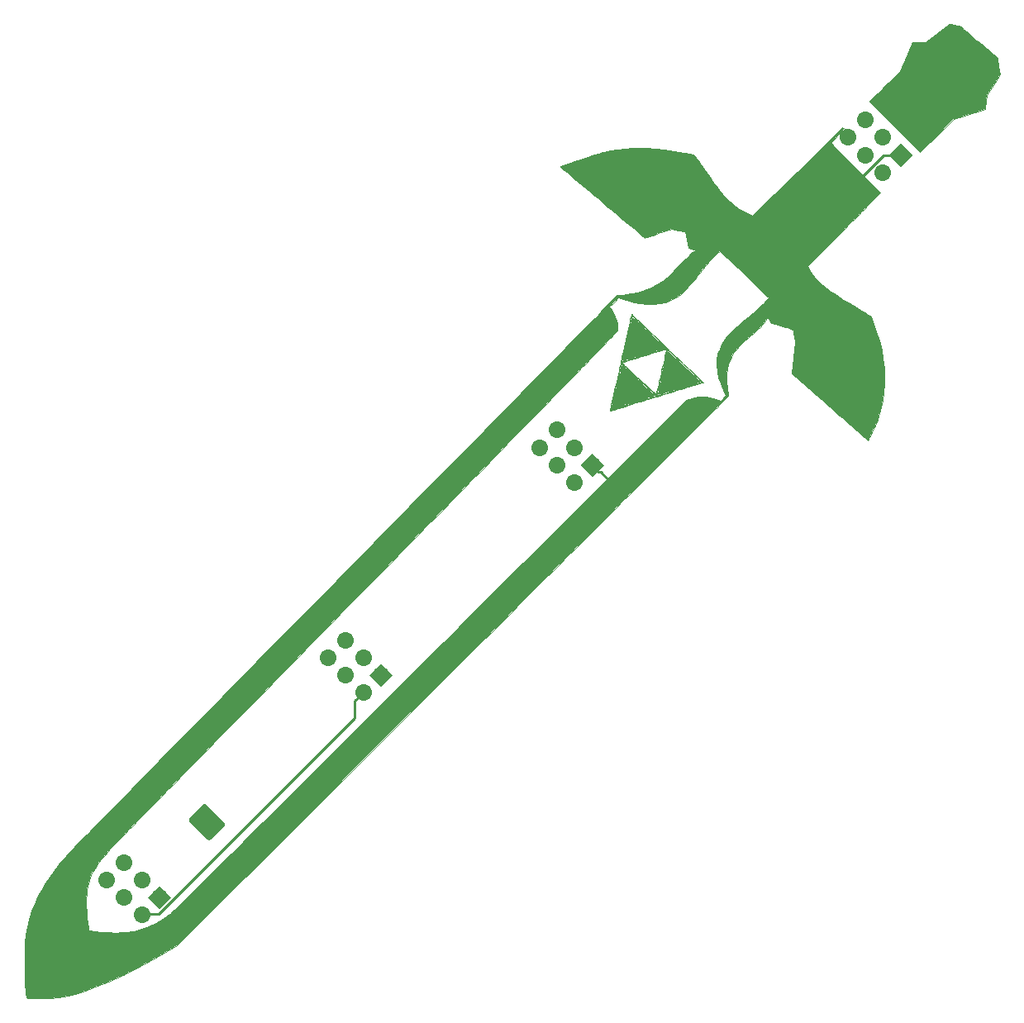
<source format=gbr>
G04 #@! TF.GenerationSoftware,KiCad,Pcbnew,5.1.2*
G04 #@! TF.CreationDate,2019-07-05T21:59:41-05:00*
G04 #@! TF.ProjectId,Master_Sword_(Ocarina_of_Time),4d617374-6572-45f5-9377-6f72645f284f,rev?*
G04 #@! TF.SameCoordinates,Original*
G04 #@! TF.FileFunction,Copper,L1,Top*
G04 #@! TF.FilePolarity,Positive*
%FSLAX46Y46*%
G04 Gerber Fmt 4.6, Leading zero omitted, Abs format (unit mm)*
G04 Created by KiCad (PCBNEW 5.1.2) date 2019-07-05 21:59:41*
%MOMM*%
%LPD*%
G04 APERTURE LIST*
%ADD10C,0.010000*%
%ADD11C,1.700000*%
%ADD12C,1.700000*%
%ADD13C,0.100000*%
%ADD14C,0.500000*%
%ADD15C,2.410000*%
%ADD16C,0.600000*%
%ADD17C,0.250000*%
G04 APERTURE END LIST*
D10*
G36*
X179971843Y-65149028D02*
G01*
X179284755Y-65837064D01*
X179088575Y-66035258D01*
X178914222Y-66214741D01*
X178770137Y-66366548D01*
X178664761Y-66481713D01*
X178606534Y-66551271D01*
X178597666Y-66566836D01*
X178626925Y-66602432D01*
X178711785Y-66693343D01*
X178847872Y-66835122D01*
X179030812Y-67023323D01*
X179256232Y-67253498D01*
X179519757Y-67521201D01*
X179817014Y-67821985D01*
X180143627Y-68151403D01*
X180495225Y-68505009D01*
X180867431Y-68878357D01*
X181124109Y-69135276D01*
X183650552Y-71661982D01*
X183010737Y-72331574D01*
X182823859Y-72525443D01*
X182589388Y-72765987D01*
X182319971Y-73040384D01*
X182028254Y-73335815D01*
X181726884Y-73639459D01*
X181428509Y-73938498D01*
X181243499Y-74123000D01*
X181003693Y-74362278D01*
X180714074Y-74652365D01*
X180384162Y-74983669D01*
X180023475Y-75346596D01*
X179641531Y-75731555D01*
X179247850Y-76128954D01*
X178851950Y-76529200D01*
X178463349Y-76922701D01*
X178169208Y-77221036D01*
X176222340Y-79197240D01*
X176315295Y-79380036D01*
X176491423Y-79683552D01*
X176721328Y-80014886D01*
X176988922Y-80354028D01*
X177278117Y-80680969D01*
X177572827Y-80975698D01*
X177666390Y-81060575D01*
X177875332Y-81241430D01*
X178082394Y-81412359D01*
X178295803Y-81578912D01*
X178523789Y-81746642D01*
X178774582Y-81921101D01*
X179056411Y-82107841D01*
X179377506Y-82312415D01*
X179746097Y-82540374D01*
X180170411Y-82797271D01*
X180658680Y-83088658D01*
X180772497Y-83156164D01*
X181069562Y-83333437D01*
X181366699Y-83513002D01*
X181649120Y-83685761D01*
X181902040Y-83842611D01*
X182110675Y-83974454D01*
X182254164Y-84068100D01*
X182682833Y-84356052D01*
X182889018Y-84877624D01*
X183254994Y-85872786D01*
X183551536Y-86834469D01*
X183781079Y-87773946D01*
X183946062Y-88702490D01*
X184048921Y-89631374D01*
X184089333Y-90429894D01*
X184085966Y-91303670D01*
X184030144Y-92128137D01*
X183918498Y-92922972D01*
X183747654Y-93707853D01*
X183514244Y-94502459D01*
X183278558Y-95162666D01*
X183219628Y-95306521D01*
X183137684Y-95492577D01*
X183038792Y-95708429D01*
X182929019Y-95941671D01*
X182814430Y-96179899D01*
X182701093Y-96410706D01*
X182595074Y-96621688D01*
X182502440Y-96800439D01*
X182429256Y-96934554D01*
X182381589Y-97011627D01*
X182367675Y-97025333D01*
X182333234Y-96997888D01*
X182239314Y-96917877D01*
X182089896Y-96788785D01*
X181888957Y-96614095D01*
X181640476Y-96397294D01*
X181348432Y-96141865D01*
X181016804Y-95851293D01*
X180649570Y-95529064D01*
X180250709Y-95178661D01*
X179824200Y-94803570D01*
X179374021Y-94407275D01*
X178904151Y-93993261D01*
X178658031Y-93776249D01*
X178175391Y-93350600D01*
X177707705Y-92938153D01*
X177259219Y-92542652D01*
X176834175Y-92167837D01*
X176436818Y-91817450D01*
X176071390Y-91495234D01*
X175742137Y-91204931D01*
X175453303Y-90950282D01*
X175209130Y-90735029D01*
X175013863Y-90562914D01*
X174871745Y-90437679D01*
X174787021Y-90363066D01*
X174769062Y-90347276D01*
X174564138Y-90167385D01*
X174746479Y-88596031D01*
X174928819Y-87024676D01*
X174828672Y-86391269D01*
X174790801Y-86166119D01*
X174753320Y-85968649D01*
X174719622Y-85815010D01*
X174693098Y-85721353D01*
X174684012Y-85702569D01*
X174630044Y-85672640D01*
X174509116Y-85625091D01*
X174335823Y-85565051D01*
X174124757Y-85497652D01*
X173962166Y-85448787D01*
X173695567Y-85370361D01*
X173419788Y-85288719D01*
X173161324Y-85211738D01*
X172946673Y-85147295D01*
X172876824Y-85126127D01*
X172468815Y-85001957D01*
X172286059Y-84721452D01*
X172193918Y-84583275D01*
X172134199Y-84506961D01*
X172094810Y-84482356D01*
X172063657Y-84499305D01*
X172047011Y-84520723D01*
X171856350Y-84786565D01*
X171682049Y-85017853D01*
X171512959Y-85226411D01*
X171337935Y-85424060D01*
X171145829Y-85622624D01*
X170925493Y-85833924D01*
X170665783Y-86069783D01*
X170355549Y-86342023D01*
X170215666Y-86463018D01*
X169803254Y-86826019D01*
X169453672Y-87150918D01*
X169159274Y-87446533D01*
X168912411Y-87721679D01*
X168705437Y-87985175D01*
X168530705Y-88245837D01*
X168380567Y-88512482D01*
X168305392Y-88665548D01*
X168107843Y-89175324D01*
X167976579Y-89722238D01*
X167911243Y-90310280D01*
X167911481Y-90943440D01*
X167976936Y-91625707D01*
X168017685Y-91891820D01*
X168054560Y-92143275D01*
X168070717Y-92330752D01*
X168065560Y-92446367D01*
X168060794Y-92463320D01*
X168058215Y-92469435D01*
X168054215Y-92476841D01*
X168047740Y-92486591D01*
X168037737Y-92499735D01*
X168023150Y-92517329D01*
X168002925Y-92540422D01*
X167976008Y-92570070D01*
X167941345Y-92607323D01*
X167897881Y-92653234D01*
X167844562Y-92708857D01*
X167780334Y-92775242D01*
X167704142Y-92853444D01*
X167614932Y-92944515D01*
X167511650Y-93049507D01*
X167393241Y-93169472D01*
X167258651Y-93305464D01*
X167106826Y-93458535D01*
X166936712Y-93629736D01*
X166747254Y-93820122D01*
X166537397Y-94030744D01*
X166306088Y-94262656D01*
X166052272Y-94516908D01*
X165774895Y-94794555D01*
X165472903Y-95096649D01*
X165145241Y-95424241D01*
X164790855Y-95778385D01*
X164408690Y-96160134D01*
X163997692Y-96570539D01*
X163556808Y-97010654D01*
X163084982Y-97481531D01*
X162581160Y-97984222D01*
X162044289Y-98519780D01*
X161473313Y-99089258D01*
X160867178Y-99693707D01*
X160224831Y-100334182D01*
X159545216Y-101011733D01*
X158827280Y-101727415D01*
X158069967Y-102482278D01*
X157272225Y-103277377D01*
X156432998Y-104113763D01*
X155551232Y-104992488D01*
X154625872Y-105914607D01*
X153655866Y-106881170D01*
X152640157Y-107893231D01*
X151577692Y-108951841D01*
X150467417Y-110058055D01*
X149308277Y-111212924D01*
X148099218Y-112417500D01*
X146839186Y-113672837D01*
X145527126Y-114979987D01*
X144161983Y-116340002D01*
X142742705Y-117753935D01*
X141268235Y-119222838D01*
X139737521Y-120747765D01*
X138149507Y-122329767D01*
X136503140Y-123969897D01*
X135581217Y-124888326D01*
X111593602Y-148785034D01*
X110604551Y-149357477D01*
X109587004Y-149940389D01*
X108631795Y-150474793D01*
X107733664Y-150963165D01*
X106887354Y-151407983D01*
X106087605Y-151811721D01*
X105329160Y-152176856D01*
X104606761Y-152505865D01*
X103915148Y-152801222D01*
X103249064Y-153065404D01*
X102603249Y-153300888D01*
X101972447Y-153510149D01*
X101453246Y-153666635D01*
X100453697Y-153919952D01*
X99468117Y-154101523D01*
X98502992Y-154210615D01*
X97564806Y-154246493D01*
X96661928Y-154208585D01*
X96473228Y-154191397D01*
X96318410Y-154175053D01*
X96215244Y-154161574D01*
X96181476Y-154153920D01*
X96173032Y-154109142D01*
X96158114Y-153992692D01*
X96138143Y-153817197D01*
X96114538Y-153595283D01*
X96088717Y-153339577D01*
X96080681Y-153257436D01*
X96054818Y-152937398D01*
X96032811Y-152557892D01*
X96014775Y-152132459D01*
X96000823Y-151674636D01*
X95991070Y-151197964D01*
X95985629Y-150715981D01*
X95984614Y-150242227D01*
X95988140Y-149790241D01*
X95996321Y-149373562D01*
X96009270Y-149005729D01*
X96027102Y-148700282D01*
X96040999Y-148545000D01*
X96147245Y-147730995D01*
X96287193Y-146942660D01*
X96457021Y-146199053D01*
X96639651Y-145560500D01*
X96816758Y-145040410D01*
X97013250Y-144534905D01*
X97095956Y-144347779D01*
X102319822Y-144347779D01*
X102324786Y-144787716D01*
X102340126Y-145238217D01*
X102365452Y-145680968D01*
X102400376Y-146097655D01*
X102437969Y-146422534D01*
X102469893Y-146654765D01*
X102499800Y-146863057D01*
X102525131Y-147030264D01*
X102543328Y-147139235D01*
X102548950Y-147166513D01*
X102565050Y-147205461D01*
X102600048Y-147235359D01*
X102667716Y-147260175D01*
X102781824Y-147283874D01*
X102956144Y-147310425D01*
X103130639Y-147334059D01*
X103901199Y-147419789D01*
X104647874Y-147470675D01*
X105355713Y-147486212D01*
X106009763Y-147465893D01*
X106316730Y-147441667D01*
X107164288Y-147322222D01*
X107966909Y-147132287D01*
X108729205Y-146870022D01*
X109455788Y-146533591D01*
X110151272Y-146121155D01*
X110779666Y-145663418D01*
X110802552Y-145644464D01*
X110832613Y-145618237D01*
X110870778Y-145583814D01*
X110917977Y-145540270D01*
X110975136Y-145486684D01*
X111043184Y-145422129D01*
X111123051Y-145345685D01*
X111215663Y-145256426D01*
X111321950Y-145153429D01*
X111442840Y-145035770D01*
X111579261Y-144902527D01*
X111732141Y-144752775D01*
X111902409Y-144585592D01*
X112090994Y-144400052D01*
X112298823Y-144195234D01*
X112526826Y-143970213D01*
X112775929Y-143724065D01*
X113047063Y-143455868D01*
X113341154Y-143164697D01*
X113659132Y-142849629D01*
X114001925Y-142509741D01*
X114370461Y-142144108D01*
X114765668Y-141751808D01*
X115188476Y-141331917D01*
X115639811Y-140883511D01*
X116120604Y-140405667D01*
X116631781Y-139897461D01*
X117174272Y-139357969D01*
X117749004Y-138786269D01*
X118356907Y-138181435D01*
X118998908Y-137542546D01*
X119675936Y-136868677D01*
X120388919Y-136158905D01*
X121138785Y-135412306D01*
X121926464Y-134627957D01*
X122752882Y-133804934D01*
X123618970Y-132942313D01*
X124525654Y-132039172D01*
X125473864Y-131094585D01*
X126464528Y-130107631D01*
X127498573Y-129077385D01*
X128576929Y-128002924D01*
X129700524Y-126883324D01*
X130870286Y-125717661D01*
X132087144Y-124505013D01*
X133352025Y-123244455D01*
X134665859Y-121935064D01*
X136029573Y-120575916D01*
X137444097Y-119166088D01*
X138910358Y-117704657D01*
X140429284Y-116190698D01*
X142001805Y-114623289D01*
X143628848Y-113001505D01*
X145311342Y-111324423D01*
X147050215Y-109591119D01*
X148846396Y-107800671D01*
X150700812Y-105952154D01*
X152329833Y-104328302D01*
X163759833Y-92934538D01*
X164098500Y-92799498D01*
X164617334Y-92635147D01*
X165142881Y-92553762D01*
X165677218Y-92555399D01*
X166222419Y-92640115D01*
X166780559Y-92807964D01*
X166955385Y-92876413D01*
X167270203Y-93006233D01*
X167562668Y-92713768D01*
X167855133Y-92421302D01*
X167599141Y-91897568D01*
X167306133Y-91232344D01*
X167091619Y-90594635D01*
X166955189Y-89981258D01*
X166896430Y-89389031D01*
X166914932Y-88814769D01*
X167010284Y-88255292D01*
X167091099Y-87966000D01*
X167188976Y-87706260D01*
X167325869Y-87408866D01*
X167487208Y-87101714D01*
X167658422Y-86812701D01*
X167809650Y-86590166D01*
X168011843Y-86340876D01*
X168276626Y-86052521D01*
X168595960Y-85732723D01*
X168961805Y-85389106D01*
X169366120Y-85029291D01*
X169800867Y-84660903D01*
X170109833Y-84409344D01*
X170583024Y-84024779D01*
X170987980Y-83683647D01*
X171327524Y-83383343D01*
X171604480Y-83121265D01*
X171821670Y-82894810D01*
X171981917Y-82701375D01*
X172020591Y-82647537D01*
X172179732Y-82416471D01*
X171800949Y-82042010D01*
X171705170Y-81948060D01*
X171554623Y-81801356D01*
X171355501Y-81607895D01*
X171113999Y-81373678D01*
X170836311Y-81104701D01*
X170528632Y-80806965D01*
X170197155Y-80486467D01*
X169848076Y-80149206D01*
X169487588Y-79801182D01*
X169333354Y-79652359D01*
X167244541Y-77637170D01*
X166992363Y-77835292D01*
X166729585Y-78062166D01*
X166430669Y-78357172D01*
X166100822Y-78714558D01*
X165745253Y-79128571D01*
X165369170Y-79593459D01*
X165178357Y-79838894D01*
X164896130Y-80204829D01*
X164655981Y-80512102D01*
X164449891Y-80770303D01*
X164269836Y-80989022D01*
X164107796Y-81177850D01*
X163955750Y-81346376D01*
X163805674Y-81504191D01*
X163677297Y-81633483D01*
X163207848Y-82048983D01*
X162702830Y-82403842D01*
X162175143Y-82690041D01*
X161643166Y-82897843D01*
X161076338Y-83034256D01*
X160463647Y-83101914D01*
X159808314Y-83101045D01*
X159113562Y-83031879D01*
X158382613Y-82894647D01*
X157618688Y-82689577D01*
X157304000Y-82588403D01*
X156817166Y-82424697D01*
X156357798Y-82882119D01*
X155898429Y-83339540D01*
X156044913Y-83546687D01*
X156300886Y-83949841D01*
X156502080Y-84354035D01*
X156645370Y-84749078D01*
X156727633Y-85124780D01*
X156745744Y-85470949D01*
X156711552Y-85721419D01*
X156708041Y-85734725D01*
X156703031Y-85749178D01*
X156695352Y-85765978D01*
X156683838Y-85786323D01*
X156667321Y-85811413D01*
X156644632Y-85842446D01*
X156614605Y-85880622D01*
X156576070Y-85927139D01*
X156527860Y-85983196D01*
X156468808Y-86049993D01*
X156397745Y-86128727D01*
X156313504Y-86220599D01*
X156214916Y-86326807D01*
X156100814Y-86448551D01*
X155970031Y-86587028D01*
X155821397Y-86743439D01*
X155653745Y-86918981D01*
X155465908Y-87114855D01*
X155256717Y-87332259D01*
X155025005Y-87572391D01*
X154769603Y-87836452D01*
X154489345Y-88125639D01*
X154183061Y-88441153D01*
X153849585Y-88784191D01*
X153487748Y-89155953D01*
X153096382Y-89557638D01*
X152674320Y-89990445D01*
X152220394Y-90455572D01*
X151733435Y-90954219D01*
X151212277Y-91487585D01*
X150655750Y-92056869D01*
X150062688Y-92663269D01*
X149431922Y-93307984D01*
X148762284Y-93992215D01*
X148052608Y-94717158D01*
X147301724Y-95484015D01*
X146508464Y-96293983D01*
X145671662Y-97148261D01*
X144790149Y-98048048D01*
X143862758Y-98994544D01*
X142888320Y-99988948D01*
X141865667Y-101032457D01*
X140793632Y-102126272D01*
X139671047Y-103271591D01*
X138496744Y-104469614D01*
X137269555Y-105721539D01*
X135988313Y-107028564D01*
X134651848Y-108391890D01*
X133258994Y-109812715D01*
X131808583Y-111292239D01*
X131109100Y-112005759D01*
X129877153Y-113262436D01*
X128658721Y-114505343D01*
X127455190Y-115733068D01*
X126267944Y-116944196D01*
X125098368Y-118137316D01*
X123947846Y-119311015D01*
X122817764Y-120463879D01*
X121709505Y-121594496D01*
X120624455Y-122701454D01*
X119563998Y-123783338D01*
X118529519Y-124838736D01*
X117522403Y-125866236D01*
X116544034Y-126864424D01*
X115595797Y-127831887D01*
X114679076Y-128767214D01*
X113795257Y-129668990D01*
X112945724Y-130535803D01*
X112131862Y-131366241D01*
X111355055Y-132158889D01*
X110616688Y-132912336D01*
X109918146Y-133625168D01*
X109260814Y-134295973D01*
X108646076Y-134923338D01*
X108075316Y-135505849D01*
X107549920Y-136042095D01*
X107071273Y-136530662D01*
X106640758Y-136970137D01*
X106259761Y-137359107D01*
X105929666Y-137696160D01*
X105651858Y-137979882D01*
X105427722Y-138208862D01*
X105258643Y-138381685D01*
X105146004Y-138496939D01*
X105091191Y-138553211D01*
X105090107Y-138554333D01*
X104780498Y-138884359D01*
X104453948Y-139248884D01*
X104129165Y-139626086D01*
X103824860Y-139994140D01*
X103559741Y-140331226D01*
X103508256Y-140399430D01*
X103175231Y-140884947D01*
X102905679Y-141371840D01*
X102692730Y-141877478D01*
X102529515Y-142419230D01*
X102409163Y-143014465D01*
X102371076Y-143274500D01*
X102342578Y-143572857D01*
X102325623Y-143936722D01*
X102319822Y-144347779D01*
X97095956Y-144347779D01*
X97233912Y-144035649D01*
X97483531Y-143534309D01*
X97766892Y-143022550D01*
X98088782Y-142492038D01*
X98453985Y-141934440D01*
X98867289Y-141341420D01*
X99333479Y-140704645D01*
X99724834Y-140187953D01*
X99755712Y-140148277D01*
X99790342Y-140105108D01*
X99829865Y-140057283D01*
X99875422Y-140003636D01*
X99928153Y-139943005D01*
X99989200Y-139874224D01*
X100059703Y-139796130D01*
X100140804Y-139707560D01*
X100233643Y-139607348D01*
X100339361Y-139494331D01*
X100459100Y-139367345D01*
X100594000Y-139225225D01*
X100745202Y-139066809D01*
X100913847Y-138890931D01*
X101101076Y-138696428D01*
X101308030Y-138482135D01*
X101535850Y-138246889D01*
X101785676Y-137989526D01*
X102058651Y-137708881D01*
X102355914Y-137403791D01*
X102678606Y-137073091D01*
X103027869Y-136715617D01*
X103404844Y-136330206D01*
X103810671Y-135915694D01*
X104246491Y-135470915D01*
X104713446Y-134994708D01*
X105212676Y-134485906D01*
X105745321Y-133943346D01*
X106312525Y-133365865D01*
X106915426Y-132752298D01*
X107555166Y-132101481D01*
X108232885Y-131412250D01*
X108949726Y-130683441D01*
X109706829Y-129913891D01*
X110505334Y-129102434D01*
X111346382Y-128247907D01*
X112231116Y-127349146D01*
X113160675Y-126404987D01*
X114136200Y-125414266D01*
X115158832Y-124375819D01*
X116229713Y-123288482D01*
X117349984Y-122151090D01*
X118520784Y-120962480D01*
X119743255Y-119721488D01*
X121018539Y-118426949D01*
X122347775Y-117077700D01*
X123732105Y-115672577D01*
X125172671Y-114210415D01*
X126670612Y-112690050D01*
X127915412Y-111426635D01*
X129196470Y-110126353D01*
X130463016Y-108840654D01*
X131713744Y-107570864D01*
X132947353Y-106318311D01*
X134162537Y-105084321D01*
X135357993Y-103870221D01*
X136532417Y-102677337D01*
X137684504Y-101506997D01*
X138812952Y-100360526D01*
X139916456Y-99239252D01*
X140993712Y-98144500D01*
X142043416Y-97077599D01*
X143064265Y-96039875D01*
X144054954Y-95032653D01*
X145014180Y-94057262D01*
X145940638Y-93115027D01*
X146833025Y-92207275D01*
X147690037Y-91335334D01*
X148510370Y-90500529D01*
X149292720Y-89704188D01*
X150035783Y-88947636D01*
X150738256Y-88232201D01*
X151398833Y-87559210D01*
X152016212Y-86929989D01*
X152589089Y-86345865D01*
X153116159Y-85808164D01*
X153596119Y-85318213D01*
X154027665Y-84877339D01*
X154409492Y-84486869D01*
X154740297Y-84148129D01*
X155018777Y-83862446D01*
X155243627Y-83631146D01*
X155413543Y-83455557D01*
X155527221Y-83337005D01*
X155583357Y-83276816D01*
X155589500Y-83269107D01*
X155619842Y-83219693D01*
X155704099Y-83125217D01*
X155832117Y-82995964D01*
X155993742Y-82842222D01*
X156161000Y-82690124D01*
X156732500Y-82180898D01*
X157278007Y-82128724D01*
X158102060Y-82023163D01*
X158861169Y-81869127D01*
X159561403Y-81664247D01*
X160208831Y-81406152D01*
X160809521Y-81092475D01*
X161369543Y-80720843D01*
X161821555Y-80354588D01*
X161925045Y-80257008D01*
X162074110Y-80107885D01*
X162257748Y-79918663D01*
X162464957Y-79700785D01*
X162684734Y-79465695D01*
X162875084Y-79258830D01*
X163313513Y-78790769D01*
X163712363Y-78390218D01*
X164070336Y-78058391D01*
X164386135Y-77796506D01*
X164593736Y-77647247D01*
X164691189Y-77572735D01*
X164719187Y-77525801D01*
X164706732Y-77514811D01*
X164640670Y-77495159D01*
X164516456Y-77460086D01*
X164357680Y-77416226D01*
X164310166Y-77403254D01*
X163971500Y-77311040D01*
X163675166Y-75668166D01*
X162978621Y-75529845D01*
X162282077Y-75391523D01*
X160911491Y-75839162D01*
X160586776Y-75944524D01*
X160287500Y-76040306D01*
X160023194Y-76123558D01*
X159803388Y-76191336D01*
X159637613Y-76240690D01*
X159535398Y-76268673D01*
X159506040Y-76273817D01*
X159469524Y-76245361D01*
X159372865Y-76166228D01*
X159220672Y-76040290D01*
X159017556Y-75871420D01*
X158768126Y-75663488D01*
X158476991Y-75420366D01*
X158148762Y-75145926D01*
X157788049Y-74844040D01*
X157399460Y-74518579D01*
X156987606Y-74173414D01*
X156557097Y-73812419D01*
X156112543Y-73439463D01*
X155658552Y-73058419D01*
X155199736Y-72673159D01*
X154740703Y-72287554D01*
X154286063Y-71905476D01*
X153840427Y-71530796D01*
X153408404Y-71167387D01*
X152994603Y-70819119D01*
X152603635Y-70489865D01*
X152240109Y-70183496D01*
X151908635Y-69903883D01*
X151613823Y-69654899D01*
X151360283Y-69440416D01*
X151152624Y-69264303D01*
X150995456Y-69130435D01*
X150893389Y-69042681D01*
X150851032Y-69004914D01*
X150850168Y-69003905D01*
X150884080Y-68983457D01*
X150990059Y-68940170D01*
X151159502Y-68876906D01*
X151383805Y-68796531D01*
X151654366Y-68701907D01*
X151962580Y-68595898D01*
X152299844Y-68481369D01*
X152657555Y-68361182D01*
X153027108Y-68238201D01*
X153399902Y-68115291D01*
X153767331Y-67995315D01*
X154120794Y-67881136D01*
X154451685Y-67775619D01*
X154751403Y-67681626D01*
X155011343Y-67602023D01*
X155222901Y-67539671D01*
X155371442Y-67498973D01*
X156062255Y-67340707D01*
X156760638Y-67218761D01*
X157474080Y-67133217D01*
X158210067Y-67084157D01*
X158976086Y-67071665D01*
X159779624Y-67095822D01*
X160628169Y-67156711D01*
X161529207Y-67254414D01*
X162490226Y-67389015D01*
X163518712Y-67560595D01*
X163685034Y-67590576D01*
X164541568Y-67746419D01*
X164874456Y-68193626D01*
X164987914Y-68348964D01*
X165138874Y-68559992D01*
X165317251Y-68812373D01*
X165512961Y-69091771D01*
X165715918Y-69383847D01*
X165916038Y-69674265D01*
X165918599Y-69678000D01*
X166201859Y-70089035D01*
X166447001Y-70439788D01*
X166662046Y-70740966D01*
X166855017Y-71003276D01*
X167033933Y-71237427D01*
X167206816Y-71454125D01*
X167381687Y-71664079D01*
X167566568Y-71877995D01*
X167567013Y-71878503D01*
X168071979Y-72403296D01*
X168626529Y-72887218D01*
X169214952Y-73318400D01*
X169821536Y-73684971D01*
X170223359Y-73885365D01*
X170536185Y-74027925D01*
X175166578Y-69501040D01*
X179796971Y-64974156D01*
X179971843Y-65149028D01*
X179971843Y-65149028D01*
G37*
X179971843Y-65149028D02*
X179284755Y-65837064D01*
X179088575Y-66035258D01*
X178914222Y-66214741D01*
X178770137Y-66366548D01*
X178664761Y-66481713D01*
X178606534Y-66551271D01*
X178597666Y-66566836D01*
X178626925Y-66602432D01*
X178711785Y-66693343D01*
X178847872Y-66835122D01*
X179030812Y-67023323D01*
X179256232Y-67253498D01*
X179519757Y-67521201D01*
X179817014Y-67821985D01*
X180143627Y-68151403D01*
X180495225Y-68505009D01*
X180867431Y-68878357D01*
X181124109Y-69135276D01*
X183650552Y-71661982D01*
X183010737Y-72331574D01*
X182823859Y-72525443D01*
X182589388Y-72765987D01*
X182319971Y-73040384D01*
X182028254Y-73335815D01*
X181726884Y-73639459D01*
X181428509Y-73938498D01*
X181243499Y-74123000D01*
X181003693Y-74362278D01*
X180714074Y-74652365D01*
X180384162Y-74983669D01*
X180023475Y-75346596D01*
X179641531Y-75731555D01*
X179247850Y-76128954D01*
X178851950Y-76529200D01*
X178463349Y-76922701D01*
X178169208Y-77221036D01*
X176222340Y-79197240D01*
X176315295Y-79380036D01*
X176491423Y-79683552D01*
X176721328Y-80014886D01*
X176988922Y-80354028D01*
X177278117Y-80680969D01*
X177572827Y-80975698D01*
X177666390Y-81060575D01*
X177875332Y-81241430D01*
X178082394Y-81412359D01*
X178295803Y-81578912D01*
X178523789Y-81746642D01*
X178774582Y-81921101D01*
X179056411Y-82107841D01*
X179377506Y-82312415D01*
X179746097Y-82540374D01*
X180170411Y-82797271D01*
X180658680Y-83088658D01*
X180772497Y-83156164D01*
X181069562Y-83333437D01*
X181366699Y-83513002D01*
X181649120Y-83685761D01*
X181902040Y-83842611D01*
X182110675Y-83974454D01*
X182254164Y-84068100D01*
X182682833Y-84356052D01*
X182889018Y-84877624D01*
X183254994Y-85872786D01*
X183551536Y-86834469D01*
X183781079Y-87773946D01*
X183946062Y-88702490D01*
X184048921Y-89631374D01*
X184089333Y-90429894D01*
X184085966Y-91303670D01*
X184030144Y-92128137D01*
X183918498Y-92922972D01*
X183747654Y-93707853D01*
X183514244Y-94502459D01*
X183278558Y-95162666D01*
X183219628Y-95306521D01*
X183137684Y-95492577D01*
X183038792Y-95708429D01*
X182929019Y-95941671D01*
X182814430Y-96179899D01*
X182701093Y-96410706D01*
X182595074Y-96621688D01*
X182502440Y-96800439D01*
X182429256Y-96934554D01*
X182381589Y-97011627D01*
X182367675Y-97025333D01*
X182333234Y-96997888D01*
X182239314Y-96917877D01*
X182089896Y-96788785D01*
X181888957Y-96614095D01*
X181640476Y-96397294D01*
X181348432Y-96141865D01*
X181016804Y-95851293D01*
X180649570Y-95529064D01*
X180250709Y-95178661D01*
X179824200Y-94803570D01*
X179374021Y-94407275D01*
X178904151Y-93993261D01*
X178658031Y-93776249D01*
X178175391Y-93350600D01*
X177707705Y-92938153D01*
X177259219Y-92542652D01*
X176834175Y-92167837D01*
X176436818Y-91817450D01*
X176071390Y-91495234D01*
X175742137Y-91204931D01*
X175453303Y-90950282D01*
X175209130Y-90735029D01*
X175013863Y-90562914D01*
X174871745Y-90437679D01*
X174787021Y-90363066D01*
X174769062Y-90347276D01*
X174564138Y-90167385D01*
X174746479Y-88596031D01*
X174928819Y-87024676D01*
X174828672Y-86391269D01*
X174790801Y-86166119D01*
X174753320Y-85968649D01*
X174719622Y-85815010D01*
X174693098Y-85721353D01*
X174684012Y-85702569D01*
X174630044Y-85672640D01*
X174509116Y-85625091D01*
X174335823Y-85565051D01*
X174124757Y-85497652D01*
X173962166Y-85448787D01*
X173695567Y-85370361D01*
X173419788Y-85288719D01*
X173161324Y-85211738D01*
X172946673Y-85147295D01*
X172876824Y-85126127D01*
X172468815Y-85001957D01*
X172286059Y-84721452D01*
X172193918Y-84583275D01*
X172134199Y-84506961D01*
X172094810Y-84482356D01*
X172063657Y-84499305D01*
X172047011Y-84520723D01*
X171856350Y-84786565D01*
X171682049Y-85017853D01*
X171512959Y-85226411D01*
X171337935Y-85424060D01*
X171145829Y-85622624D01*
X170925493Y-85833924D01*
X170665783Y-86069783D01*
X170355549Y-86342023D01*
X170215666Y-86463018D01*
X169803254Y-86826019D01*
X169453672Y-87150918D01*
X169159274Y-87446533D01*
X168912411Y-87721679D01*
X168705437Y-87985175D01*
X168530705Y-88245837D01*
X168380567Y-88512482D01*
X168305392Y-88665548D01*
X168107843Y-89175324D01*
X167976579Y-89722238D01*
X167911243Y-90310280D01*
X167911481Y-90943440D01*
X167976936Y-91625707D01*
X168017685Y-91891820D01*
X168054560Y-92143275D01*
X168070717Y-92330752D01*
X168065560Y-92446367D01*
X168060794Y-92463320D01*
X168058215Y-92469435D01*
X168054215Y-92476841D01*
X168047740Y-92486591D01*
X168037737Y-92499735D01*
X168023150Y-92517329D01*
X168002925Y-92540422D01*
X167976008Y-92570070D01*
X167941345Y-92607323D01*
X167897881Y-92653234D01*
X167844562Y-92708857D01*
X167780334Y-92775242D01*
X167704142Y-92853444D01*
X167614932Y-92944515D01*
X167511650Y-93049507D01*
X167393241Y-93169472D01*
X167258651Y-93305464D01*
X167106826Y-93458535D01*
X166936712Y-93629736D01*
X166747254Y-93820122D01*
X166537397Y-94030744D01*
X166306088Y-94262656D01*
X166052272Y-94516908D01*
X165774895Y-94794555D01*
X165472903Y-95096649D01*
X165145241Y-95424241D01*
X164790855Y-95778385D01*
X164408690Y-96160134D01*
X163997692Y-96570539D01*
X163556808Y-97010654D01*
X163084982Y-97481531D01*
X162581160Y-97984222D01*
X162044289Y-98519780D01*
X161473313Y-99089258D01*
X160867178Y-99693707D01*
X160224831Y-100334182D01*
X159545216Y-101011733D01*
X158827280Y-101727415D01*
X158069967Y-102482278D01*
X157272225Y-103277377D01*
X156432998Y-104113763D01*
X155551232Y-104992488D01*
X154625872Y-105914607D01*
X153655866Y-106881170D01*
X152640157Y-107893231D01*
X151577692Y-108951841D01*
X150467417Y-110058055D01*
X149308277Y-111212924D01*
X148099218Y-112417500D01*
X146839186Y-113672837D01*
X145527126Y-114979987D01*
X144161983Y-116340002D01*
X142742705Y-117753935D01*
X141268235Y-119222838D01*
X139737521Y-120747765D01*
X138149507Y-122329767D01*
X136503140Y-123969897D01*
X135581217Y-124888326D01*
X111593602Y-148785034D01*
X110604551Y-149357477D01*
X109587004Y-149940389D01*
X108631795Y-150474793D01*
X107733664Y-150963165D01*
X106887354Y-151407983D01*
X106087605Y-151811721D01*
X105329160Y-152176856D01*
X104606761Y-152505865D01*
X103915148Y-152801222D01*
X103249064Y-153065404D01*
X102603249Y-153300888D01*
X101972447Y-153510149D01*
X101453246Y-153666635D01*
X100453697Y-153919952D01*
X99468117Y-154101523D01*
X98502992Y-154210615D01*
X97564806Y-154246493D01*
X96661928Y-154208585D01*
X96473228Y-154191397D01*
X96318410Y-154175053D01*
X96215244Y-154161574D01*
X96181476Y-154153920D01*
X96173032Y-154109142D01*
X96158114Y-153992692D01*
X96138143Y-153817197D01*
X96114538Y-153595283D01*
X96088717Y-153339577D01*
X96080681Y-153257436D01*
X96054818Y-152937398D01*
X96032811Y-152557892D01*
X96014775Y-152132459D01*
X96000823Y-151674636D01*
X95991070Y-151197964D01*
X95985629Y-150715981D01*
X95984614Y-150242227D01*
X95988140Y-149790241D01*
X95996321Y-149373562D01*
X96009270Y-149005729D01*
X96027102Y-148700282D01*
X96040999Y-148545000D01*
X96147245Y-147730995D01*
X96287193Y-146942660D01*
X96457021Y-146199053D01*
X96639651Y-145560500D01*
X96816758Y-145040410D01*
X97013250Y-144534905D01*
X97095956Y-144347779D01*
X102319822Y-144347779D01*
X102324786Y-144787716D01*
X102340126Y-145238217D01*
X102365452Y-145680968D01*
X102400376Y-146097655D01*
X102437969Y-146422534D01*
X102469893Y-146654765D01*
X102499800Y-146863057D01*
X102525131Y-147030264D01*
X102543328Y-147139235D01*
X102548950Y-147166513D01*
X102565050Y-147205461D01*
X102600048Y-147235359D01*
X102667716Y-147260175D01*
X102781824Y-147283874D01*
X102956144Y-147310425D01*
X103130639Y-147334059D01*
X103901199Y-147419789D01*
X104647874Y-147470675D01*
X105355713Y-147486212D01*
X106009763Y-147465893D01*
X106316730Y-147441667D01*
X107164288Y-147322222D01*
X107966909Y-147132287D01*
X108729205Y-146870022D01*
X109455788Y-146533591D01*
X110151272Y-146121155D01*
X110779666Y-145663418D01*
X110802552Y-145644464D01*
X110832613Y-145618237D01*
X110870778Y-145583814D01*
X110917977Y-145540270D01*
X110975136Y-145486684D01*
X111043184Y-145422129D01*
X111123051Y-145345685D01*
X111215663Y-145256426D01*
X111321950Y-145153429D01*
X111442840Y-145035770D01*
X111579261Y-144902527D01*
X111732141Y-144752775D01*
X111902409Y-144585592D01*
X112090994Y-144400052D01*
X112298823Y-144195234D01*
X112526826Y-143970213D01*
X112775929Y-143724065D01*
X113047063Y-143455868D01*
X113341154Y-143164697D01*
X113659132Y-142849629D01*
X114001925Y-142509741D01*
X114370461Y-142144108D01*
X114765668Y-141751808D01*
X115188476Y-141331917D01*
X115639811Y-140883511D01*
X116120604Y-140405667D01*
X116631781Y-139897461D01*
X117174272Y-139357969D01*
X117749004Y-138786269D01*
X118356907Y-138181435D01*
X118998908Y-137542546D01*
X119675936Y-136868677D01*
X120388919Y-136158905D01*
X121138785Y-135412306D01*
X121926464Y-134627957D01*
X122752882Y-133804934D01*
X123618970Y-132942313D01*
X124525654Y-132039172D01*
X125473864Y-131094585D01*
X126464528Y-130107631D01*
X127498573Y-129077385D01*
X128576929Y-128002924D01*
X129700524Y-126883324D01*
X130870286Y-125717661D01*
X132087144Y-124505013D01*
X133352025Y-123244455D01*
X134665859Y-121935064D01*
X136029573Y-120575916D01*
X137444097Y-119166088D01*
X138910358Y-117704657D01*
X140429284Y-116190698D01*
X142001805Y-114623289D01*
X143628848Y-113001505D01*
X145311342Y-111324423D01*
X147050215Y-109591119D01*
X148846396Y-107800671D01*
X150700812Y-105952154D01*
X152329833Y-104328302D01*
X163759833Y-92934538D01*
X164098500Y-92799498D01*
X164617334Y-92635147D01*
X165142881Y-92553762D01*
X165677218Y-92555399D01*
X166222419Y-92640115D01*
X166780559Y-92807964D01*
X166955385Y-92876413D01*
X167270203Y-93006233D01*
X167562668Y-92713768D01*
X167855133Y-92421302D01*
X167599141Y-91897568D01*
X167306133Y-91232344D01*
X167091619Y-90594635D01*
X166955189Y-89981258D01*
X166896430Y-89389031D01*
X166914932Y-88814769D01*
X167010284Y-88255292D01*
X167091099Y-87966000D01*
X167188976Y-87706260D01*
X167325869Y-87408866D01*
X167487208Y-87101714D01*
X167658422Y-86812701D01*
X167809650Y-86590166D01*
X168011843Y-86340876D01*
X168276626Y-86052521D01*
X168595960Y-85732723D01*
X168961805Y-85389106D01*
X169366120Y-85029291D01*
X169800867Y-84660903D01*
X170109833Y-84409344D01*
X170583024Y-84024779D01*
X170987980Y-83683647D01*
X171327524Y-83383343D01*
X171604480Y-83121265D01*
X171821670Y-82894810D01*
X171981917Y-82701375D01*
X172020591Y-82647537D01*
X172179732Y-82416471D01*
X171800949Y-82042010D01*
X171705170Y-81948060D01*
X171554623Y-81801356D01*
X171355501Y-81607895D01*
X171113999Y-81373678D01*
X170836311Y-81104701D01*
X170528632Y-80806965D01*
X170197155Y-80486467D01*
X169848076Y-80149206D01*
X169487588Y-79801182D01*
X169333354Y-79652359D01*
X167244541Y-77637170D01*
X166992363Y-77835292D01*
X166729585Y-78062166D01*
X166430669Y-78357172D01*
X166100822Y-78714558D01*
X165745253Y-79128571D01*
X165369170Y-79593459D01*
X165178357Y-79838894D01*
X164896130Y-80204829D01*
X164655981Y-80512102D01*
X164449891Y-80770303D01*
X164269836Y-80989022D01*
X164107796Y-81177850D01*
X163955750Y-81346376D01*
X163805674Y-81504191D01*
X163677297Y-81633483D01*
X163207848Y-82048983D01*
X162702830Y-82403842D01*
X162175143Y-82690041D01*
X161643166Y-82897843D01*
X161076338Y-83034256D01*
X160463647Y-83101914D01*
X159808314Y-83101045D01*
X159113562Y-83031879D01*
X158382613Y-82894647D01*
X157618688Y-82689577D01*
X157304000Y-82588403D01*
X156817166Y-82424697D01*
X156357798Y-82882119D01*
X155898429Y-83339540D01*
X156044913Y-83546687D01*
X156300886Y-83949841D01*
X156502080Y-84354035D01*
X156645370Y-84749078D01*
X156727633Y-85124780D01*
X156745744Y-85470949D01*
X156711552Y-85721419D01*
X156708041Y-85734725D01*
X156703031Y-85749178D01*
X156695352Y-85765978D01*
X156683838Y-85786323D01*
X156667321Y-85811413D01*
X156644632Y-85842446D01*
X156614605Y-85880622D01*
X156576070Y-85927139D01*
X156527860Y-85983196D01*
X156468808Y-86049993D01*
X156397745Y-86128727D01*
X156313504Y-86220599D01*
X156214916Y-86326807D01*
X156100814Y-86448551D01*
X155970031Y-86587028D01*
X155821397Y-86743439D01*
X155653745Y-86918981D01*
X155465908Y-87114855D01*
X155256717Y-87332259D01*
X155025005Y-87572391D01*
X154769603Y-87836452D01*
X154489345Y-88125639D01*
X154183061Y-88441153D01*
X153849585Y-88784191D01*
X153487748Y-89155953D01*
X153096382Y-89557638D01*
X152674320Y-89990445D01*
X152220394Y-90455572D01*
X151733435Y-90954219D01*
X151212277Y-91487585D01*
X150655750Y-92056869D01*
X150062688Y-92663269D01*
X149431922Y-93307984D01*
X148762284Y-93992215D01*
X148052608Y-94717158D01*
X147301724Y-95484015D01*
X146508464Y-96293983D01*
X145671662Y-97148261D01*
X144790149Y-98048048D01*
X143862758Y-98994544D01*
X142888320Y-99988948D01*
X141865667Y-101032457D01*
X140793632Y-102126272D01*
X139671047Y-103271591D01*
X138496744Y-104469614D01*
X137269555Y-105721539D01*
X135988313Y-107028564D01*
X134651848Y-108391890D01*
X133258994Y-109812715D01*
X131808583Y-111292239D01*
X131109100Y-112005759D01*
X129877153Y-113262436D01*
X128658721Y-114505343D01*
X127455190Y-115733068D01*
X126267944Y-116944196D01*
X125098368Y-118137316D01*
X123947846Y-119311015D01*
X122817764Y-120463879D01*
X121709505Y-121594496D01*
X120624455Y-122701454D01*
X119563998Y-123783338D01*
X118529519Y-124838736D01*
X117522403Y-125866236D01*
X116544034Y-126864424D01*
X115595797Y-127831887D01*
X114679076Y-128767214D01*
X113795257Y-129668990D01*
X112945724Y-130535803D01*
X112131862Y-131366241D01*
X111355055Y-132158889D01*
X110616688Y-132912336D01*
X109918146Y-133625168D01*
X109260814Y-134295973D01*
X108646076Y-134923338D01*
X108075316Y-135505849D01*
X107549920Y-136042095D01*
X107071273Y-136530662D01*
X106640758Y-136970137D01*
X106259761Y-137359107D01*
X105929666Y-137696160D01*
X105651858Y-137979882D01*
X105427722Y-138208862D01*
X105258643Y-138381685D01*
X105146004Y-138496939D01*
X105091191Y-138553211D01*
X105090107Y-138554333D01*
X104780498Y-138884359D01*
X104453948Y-139248884D01*
X104129165Y-139626086D01*
X103824860Y-139994140D01*
X103559741Y-140331226D01*
X103508256Y-140399430D01*
X103175231Y-140884947D01*
X102905679Y-141371840D01*
X102692730Y-141877478D01*
X102529515Y-142419230D01*
X102409163Y-143014465D01*
X102371076Y-143274500D01*
X102342578Y-143572857D01*
X102325623Y-143936722D01*
X102319822Y-144347779D01*
X97095956Y-144347779D01*
X97233912Y-144035649D01*
X97483531Y-143534309D01*
X97766892Y-143022550D01*
X98088782Y-142492038D01*
X98453985Y-141934440D01*
X98867289Y-141341420D01*
X99333479Y-140704645D01*
X99724834Y-140187953D01*
X99755712Y-140148277D01*
X99790342Y-140105108D01*
X99829865Y-140057283D01*
X99875422Y-140003636D01*
X99928153Y-139943005D01*
X99989200Y-139874224D01*
X100059703Y-139796130D01*
X100140804Y-139707560D01*
X100233643Y-139607348D01*
X100339361Y-139494331D01*
X100459100Y-139367345D01*
X100594000Y-139225225D01*
X100745202Y-139066809D01*
X100913847Y-138890931D01*
X101101076Y-138696428D01*
X101308030Y-138482135D01*
X101535850Y-138246889D01*
X101785676Y-137989526D01*
X102058651Y-137708881D01*
X102355914Y-137403791D01*
X102678606Y-137073091D01*
X103027869Y-136715617D01*
X103404844Y-136330206D01*
X103810671Y-135915694D01*
X104246491Y-135470915D01*
X104713446Y-134994708D01*
X105212676Y-134485906D01*
X105745321Y-133943346D01*
X106312525Y-133365865D01*
X106915426Y-132752298D01*
X107555166Y-132101481D01*
X108232885Y-131412250D01*
X108949726Y-130683441D01*
X109706829Y-129913891D01*
X110505334Y-129102434D01*
X111346382Y-128247907D01*
X112231116Y-127349146D01*
X113160675Y-126404987D01*
X114136200Y-125414266D01*
X115158832Y-124375819D01*
X116229713Y-123288482D01*
X117349984Y-122151090D01*
X118520784Y-120962480D01*
X119743255Y-119721488D01*
X121018539Y-118426949D01*
X122347775Y-117077700D01*
X123732105Y-115672577D01*
X125172671Y-114210415D01*
X126670612Y-112690050D01*
X127915412Y-111426635D01*
X129196470Y-110126353D01*
X130463016Y-108840654D01*
X131713744Y-107570864D01*
X132947353Y-106318311D01*
X134162537Y-105084321D01*
X135357993Y-103870221D01*
X136532417Y-102677337D01*
X137684504Y-101506997D01*
X138812952Y-100360526D01*
X139916456Y-99239252D01*
X140993712Y-98144500D01*
X142043416Y-97077599D01*
X143064265Y-96039875D01*
X144054954Y-95032653D01*
X145014180Y-94057262D01*
X145940638Y-93115027D01*
X146833025Y-92207275D01*
X147690037Y-91335334D01*
X148510370Y-90500529D01*
X149292720Y-89704188D01*
X150035783Y-88947636D01*
X150738256Y-88232201D01*
X151398833Y-87559210D01*
X152016212Y-86929989D01*
X152589089Y-86345865D01*
X153116159Y-85808164D01*
X153596119Y-85318213D01*
X154027665Y-84877339D01*
X154409492Y-84486869D01*
X154740297Y-84148129D01*
X155018777Y-83862446D01*
X155243627Y-83631146D01*
X155413543Y-83455557D01*
X155527221Y-83337005D01*
X155583357Y-83276816D01*
X155589500Y-83269107D01*
X155619842Y-83219693D01*
X155704099Y-83125217D01*
X155832117Y-82995964D01*
X155993742Y-82842222D01*
X156161000Y-82690124D01*
X156732500Y-82180898D01*
X157278007Y-82128724D01*
X158102060Y-82023163D01*
X158861169Y-81869127D01*
X159561403Y-81664247D01*
X160208831Y-81406152D01*
X160809521Y-81092475D01*
X161369543Y-80720843D01*
X161821555Y-80354588D01*
X161925045Y-80257008D01*
X162074110Y-80107885D01*
X162257748Y-79918663D01*
X162464957Y-79700785D01*
X162684734Y-79465695D01*
X162875084Y-79258830D01*
X163313513Y-78790769D01*
X163712363Y-78390218D01*
X164070336Y-78058391D01*
X164386135Y-77796506D01*
X164593736Y-77647247D01*
X164691189Y-77572735D01*
X164719187Y-77525801D01*
X164706732Y-77514811D01*
X164640670Y-77495159D01*
X164516456Y-77460086D01*
X164357680Y-77416226D01*
X164310166Y-77403254D01*
X163971500Y-77311040D01*
X163675166Y-75668166D01*
X162978621Y-75529845D01*
X162282077Y-75391523D01*
X160911491Y-75839162D01*
X160586776Y-75944524D01*
X160287500Y-76040306D01*
X160023194Y-76123558D01*
X159803388Y-76191336D01*
X159637613Y-76240690D01*
X159535398Y-76268673D01*
X159506040Y-76273817D01*
X159469524Y-76245361D01*
X159372865Y-76166228D01*
X159220672Y-76040290D01*
X159017556Y-75871420D01*
X158768126Y-75663488D01*
X158476991Y-75420366D01*
X158148762Y-75145926D01*
X157788049Y-74844040D01*
X157399460Y-74518579D01*
X156987606Y-74173414D01*
X156557097Y-73812419D01*
X156112543Y-73439463D01*
X155658552Y-73058419D01*
X155199736Y-72673159D01*
X154740703Y-72287554D01*
X154286063Y-71905476D01*
X153840427Y-71530796D01*
X153408404Y-71167387D01*
X152994603Y-70819119D01*
X152603635Y-70489865D01*
X152240109Y-70183496D01*
X151908635Y-69903883D01*
X151613823Y-69654899D01*
X151360283Y-69440416D01*
X151152624Y-69264303D01*
X150995456Y-69130435D01*
X150893389Y-69042681D01*
X150851032Y-69004914D01*
X150850168Y-69003905D01*
X150884080Y-68983457D01*
X150990059Y-68940170D01*
X151159502Y-68876906D01*
X151383805Y-68796531D01*
X151654366Y-68701907D01*
X151962580Y-68595898D01*
X152299844Y-68481369D01*
X152657555Y-68361182D01*
X153027108Y-68238201D01*
X153399902Y-68115291D01*
X153767331Y-67995315D01*
X154120794Y-67881136D01*
X154451685Y-67775619D01*
X154751403Y-67681626D01*
X155011343Y-67602023D01*
X155222901Y-67539671D01*
X155371442Y-67498973D01*
X156062255Y-67340707D01*
X156760638Y-67218761D01*
X157474080Y-67133217D01*
X158210067Y-67084157D01*
X158976086Y-67071665D01*
X159779624Y-67095822D01*
X160628169Y-67156711D01*
X161529207Y-67254414D01*
X162490226Y-67389015D01*
X163518712Y-67560595D01*
X163685034Y-67590576D01*
X164541568Y-67746419D01*
X164874456Y-68193626D01*
X164987914Y-68348964D01*
X165138874Y-68559992D01*
X165317251Y-68812373D01*
X165512961Y-69091771D01*
X165715918Y-69383847D01*
X165916038Y-69674265D01*
X165918599Y-69678000D01*
X166201859Y-70089035D01*
X166447001Y-70439788D01*
X166662046Y-70740966D01*
X166855017Y-71003276D01*
X167033933Y-71237427D01*
X167206816Y-71454125D01*
X167381687Y-71664079D01*
X167566568Y-71877995D01*
X167567013Y-71878503D01*
X168071979Y-72403296D01*
X168626529Y-72887218D01*
X169214952Y-73318400D01*
X169821536Y-73684971D01*
X170223359Y-73885365D01*
X170536185Y-74027925D01*
X175166578Y-69501040D01*
X179796971Y-64974156D01*
X179971843Y-65149028D01*
G36*
X191280022Y-54486020D02*
G01*
X191481942Y-54523862D01*
X191656599Y-54562220D01*
X191785057Y-54596561D01*
X191847823Y-54621913D01*
X191890652Y-54657944D01*
X191991574Y-54744384D01*
X192144722Y-54876168D01*
X192344229Y-55048230D01*
X192584229Y-55255502D01*
X192858854Y-55492919D01*
X193162238Y-55755415D01*
X193488514Y-56037923D01*
X193773990Y-56285259D01*
X195636833Y-57899684D01*
X195770134Y-58733223D01*
X195903435Y-59566761D01*
X195234218Y-60616749D01*
X194565000Y-61666737D01*
X194497133Y-62253952D01*
X194470619Y-62479593D01*
X194445638Y-62685396D01*
X194424662Y-62851470D01*
X194410160Y-62957925D01*
X194407980Y-62972003D01*
X194386694Y-63102840D01*
X191167644Y-64111166D01*
X187744702Y-67543456D01*
X182513500Y-62310138D01*
X182894500Y-61939531D01*
X183011464Y-61825615D01*
X183179657Y-61661606D01*
X183389763Y-61456597D01*
X183632468Y-61219681D01*
X183898456Y-60959951D01*
X184178413Y-60686500D01*
X184463023Y-60408420D01*
X184498145Y-60374098D01*
X185720791Y-59179273D01*
X186321356Y-57708220D01*
X186921922Y-56237166D01*
X188336211Y-56237166D01*
X190775545Y-54399046D01*
X191280022Y-54486020D01*
X191280022Y-54486020D01*
G37*
X191280022Y-54486020D02*
X191481942Y-54523862D01*
X191656599Y-54562220D01*
X191785057Y-54596561D01*
X191847823Y-54621913D01*
X191890652Y-54657944D01*
X191991574Y-54744384D01*
X192144722Y-54876168D01*
X192344229Y-55048230D01*
X192584229Y-55255502D01*
X192858854Y-55492919D01*
X193162238Y-55755415D01*
X193488514Y-56037923D01*
X193773990Y-56285259D01*
X195636833Y-57899684D01*
X195770134Y-58733223D01*
X195903435Y-59566761D01*
X195234218Y-60616749D01*
X194565000Y-61666737D01*
X194497133Y-62253952D01*
X194470619Y-62479593D01*
X194445638Y-62685396D01*
X194424662Y-62851470D01*
X194410160Y-62957925D01*
X194407980Y-62972003D01*
X194386694Y-63102840D01*
X191167644Y-64111166D01*
X187744702Y-67543456D01*
X182513500Y-62310138D01*
X182894500Y-61939531D01*
X183011464Y-61825615D01*
X183179657Y-61661606D01*
X183389763Y-61456597D01*
X183632468Y-61219681D01*
X183898456Y-60959951D01*
X184178413Y-60686500D01*
X184463023Y-60408420D01*
X184498145Y-60374098D01*
X185720791Y-59179273D01*
X186321356Y-57708220D01*
X186921922Y-56237166D01*
X188336211Y-56237166D01*
X190775545Y-54399046D01*
X191280022Y-54486020D01*
G36*
X158213600Y-84124761D02*
G01*
X158222838Y-84143462D01*
X158256324Y-84180862D01*
X158346345Y-84270661D01*
X158487410Y-84407632D01*
X158674024Y-84586547D01*
X158900695Y-84802178D01*
X159161930Y-85049299D01*
X159452234Y-85322681D01*
X159766116Y-85617097D01*
X160061051Y-85892771D01*
X160390332Y-86201139D01*
X160699877Y-86493140D01*
X160984315Y-86763569D01*
X161238281Y-87007219D01*
X161456405Y-87218886D01*
X161633321Y-87393363D01*
X161763661Y-87525446D01*
X161842057Y-87609929D01*
X161863761Y-87640975D01*
X161881709Y-87699105D01*
X161939106Y-87754333D01*
X161988770Y-87795842D01*
X162091609Y-87887611D01*
X162240938Y-88023394D01*
X162430073Y-88196944D01*
X162652331Y-88402017D01*
X162901028Y-88632364D01*
X163169480Y-88881742D01*
X163451003Y-89143902D01*
X163738914Y-89412600D01*
X164026527Y-89681589D01*
X164307160Y-89944623D01*
X164574129Y-90195455D01*
X164820750Y-90427841D01*
X165040338Y-90635533D01*
X165226211Y-90812286D01*
X165371684Y-90951853D01*
X165470073Y-91047989D01*
X165514695Y-91094446D01*
X165516666Y-91097583D01*
X165481493Y-91120494D01*
X165442583Y-91125867D01*
X165390484Y-91138474D01*
X165266499Y-91173397D01*
X165079614Y-91227895D01*
X164838818Y-91299225D01*
X164553097Y-91384648D01*
X164231439Y-91481419D01*
X163882830Y-91586799D01*
X163516259Y-91698045D01*
X163140711Y-91812415D01*
X162765176Y-91927169D01*
X162398639Y-92039563D01*
X162050087Y-92146857D01*
X161728509Y-92246308D01*
X161442892Y-92335176D01*
X161202222Y-92410718D01*
X161015487Y-92470192D01*
X160891674Y-92510858D01*
X160839770Y-92529973D01*
X160839577Y-92530086D01*
X160761379Y-92557125D01*
X160733744Y-92561409D01*
X160676596Y-92575213D01*
X160550621Y-92610618D01*
X160367834Y-92664082D01*
X160140255Y-92732060D01*
X159879902Y-92811009D01*
X159695833Y-92867441D01*
X159387944Y-92962037D01*
X159021672Y-93074244D01*
X158619670Y-93197144D01*
X158204589Y-93323818D01*
X157799081Y-93447345D01*
X157452166Y-93552802D01*
X157133930Y-93649517D01*
X156837399Y-93739819D01*
X156573481Y-93820373D01*
X156353084Y-93887842D01*
X156187115Y-93938891D01*
X156086481Y-93970184D01*
X156065750Y-93976821D01*
X155983249Y-94001643D01*
X155950152Y-94006881D01*
X155959575Y-93965292D01*
X155977664Y-93886575D01*
X156076111Y-93886575D01*
X156076570Y-93892666D01*
X156121256Y-93880652D01*
X156239458Y-93846104D01*
X156423728Y-93791267D01*
X156666623Y-93718383D01*
X156960696Y-93629697D01*
X157298502Y-93527451D01*
X157672595Y-93413889D01*
X158075530Y-93291255D01*
X158323714Y-93215572D01*
X158742071Y-93087741D01*
X159137403Y-92966633D01*
X159502047Y-92854614D01*
X159828343Y-92754053D01*
X160108630Y-92667319D01*
X160335247Y-92596780D01*
X160500532Y-92544805D01*
X160596825Y-92513761D01*
X160617867Y-92506355D01*
X160624025Y-92489690D01*
X160604311Y-92452233D01*
X160576441Y-92417252D01*
X160735362Y-92417252D01*
X160742674Y-92430565D01*
X160767602Y-92435509D01*
X160816078Y-92430591D01*
X160894034Y-92414319D01*
X161007400Y-92385200D01*
X161162108Y-92341741D01*
X161364090Y-92282450D01*
X161619277Y-92205833D01*
X161933601Y-92110397D01*
X162312993Y-91994650D01*
X162763385Y-91857100D01*
X163124833Y-91746812D01*
X163536373Y-91621100D01*
X163923943Y-91502273D01*
X164279898Y-91392703D01*
X164596594Y-91294767D01*
X164866387Y-91210836D01*
X165081631Y-91143286D01*
X165234682Y-91094489D01*
X165317896Y-91066821D01*
X165330638Y-91061831D01*
X165307679Y-91030142D01*
X165229216Y-90947255D01*
X165101907Y-90819452D01*
X164932413Y-90653015D01*
X164727394Y-90454226D01*
X164493510Y-90229367D01*
X164237421Y-89984720D01*
X163965786Y-89726567D01*
X163685266Y-89461191D01*
X163402520Y-89194872D01*
X163124209Y-88933894D01*
X162856993Y-88684539D01*
X162607530Y-88453087D01*
X162382482Y-88245822D01*
X162188508Y-88069026D01*
X162032269Y-87928980D01*
X161920423Y-87831966D01*
X161859632Y-87784267D01*
X161851819Y-87780405D01*
X161836019Y-87819485D01*
X161803309Y-87933615D01*
X161755545Y-88115287D01*
X161694582Y-88356990D01*
X161622275Y-88651214D01*
X161540480Y-88990449D01*
X161451052Y-89367186D01*
X161355847Y-89773914D01*
X161303928Y-89998000D01*
X161205917Y-90422279D01*
X161112903Y-90824484D01*
X161026761Y-91196532D01*
X160949369Y-91530341D01*
X160882601Y-91817828D01*
X160828334Y-92050912D01*
X160788445Y-92221509D01*
X160764809Y-92321538D01*
X160759809Y-92342030D01*
X160749861Y-92371492D01*
X160739735Y-92397063D01*
X160735362Y-92417252D01*
X160576441Y-92417252D01*
X160554778Y-92390063D01*
X160471478Y-92299256D01*
X160350465Y-92175891D01*
X160187790Y-92016046D01*
X159979506Y-91815797D01*
X159721667Y-91571224D01*
X159410324Y-91278404D01*
X159041530Y-90933413D01*
X158931389Y-90830622D01*
X158607144Y-90528881D01*
X158301430Y-90245824D01*
X158019809Y-89986506D01*
X157767848Y-89755983D01*
X157551109Y-89559308D01*
X157375159Y-89401537D01*
X157245560Y-89287725D01*
X157167879Y-89222926D01*
X157146963Y-89209592D01*
X157131898Y-89255300D01*
X157100723Y-89373814D01*
X157055479Y-89556205D01*
X156998207Y-89793545D01*
X156930947Y-90076908D01*
X156855739Y-90397366D01*
X156774624Y-90745990D01*
X156689644Y-91113854D01*
X156602837Y-91492029D01*
X156516245Y-91871588D01*
X156431909Y-92243604D01*
X156351868Y-92599149D01*
X156278164Y-92929295D01*
X156212837Y-93225114D01*
X156157928Y-93477679D01*
X156115477Y-93678063D01*
X156087524Y-93817337D01*
X156076111Y-93886575D01*
X155977664Y-93886575D01*
X155986428Y-93848439D01*
X156029044Y-93663542D01*
X156085755Y-93417820D01*
X156154894Y-93118495D01*
X156234793Y-92772787D01*
X156323783Y-92387915D01*
X156420198Y-91971100D01*
X156514323Y-91564333D01*
X156615617Y-91124132D01*
X156710051Y-90708829D01*
X156796049Y-90325687D01*
X156872035Y-89981969D01*
X156936432Y-89684938D01*
X156987665Y-89441858D01*
X157024158Y-89259990D01*
X157044334Y-89146600D01*
X157047126Y-89109000D01*
X157051712Y-89065947D01*
X157051760Y-89065690D01*
X157206899Y-89065690D01*
X157230720Y-89099253D01*
X157311278Y-89185085D01*
X157443167Y-89317950D01*
X157620984Y-89492610D01*
X157839324Y-89703829D01*
X158092782Y-89946369D01*
X158375954Y-90214993D01*
X158683436Y-90504464D01*
X158921399Y-90727105D01*
X159316091Y-91094616D01*
X159653158Y-91406595D01*
X159936084Y-91666111D01*
X160168356Y-91876232D01*
X160353455Y-92040026D01*
X160494869Y-92160564D01*
X160596080Y-92240913D01*
X160660573Y-92284142D01*
X160691834Y-92293321D01*
X160695425Y-92289471D01*
X160709581Y-92236213D01*
X160740841Y-92108210D01*
X160787377Y-91913243D01*
X160847366Y-91659090D01*
X160918980Y-91353530D01*
X161000394Y-91004343D01*
X161089783Y-90619308D01*
X161185320Y-90206205D01*
X161240950Y-89964970D01*
X161338051Y-89541543D01*
X161428524Y-89143288D01*
X161510710Y-88777758D01*
X161582952Y-88452506D01*
X161643594Y-88175084D01*
X161690979Y-87953046D01*
X161723448Y-87793944D01*
X161739345Y-87705330D01*
X161740299Y-87689187D01*
X161697513Y-87697453D01*
X161582754Y-87728123D01*
X161404906Y-87778501D01*
X161172856Y-87845888D01*
X160895490Y-87927586D01*
X160581692Y-88020897D01*
X160240350Y-88123123D01*
X159880348Y-88231566D01*
X159510572Y-88343528D01*
X159139908Y-88456311D01*
X158777242Y-88567217D01*
X158431459Y-88673549D01*
X158111446Y-88772607D01*
X157826087Y-88861693D01*
X157584269Y-88938111D01*
X157394878Y-88999162D01*
X157266798Y-89042147D01*
X157208917Y-89064370D01*
X157206899Y-89065690D01*
X157051760Y-89065690D01*
X157073634Y-88949161D01*
X157076318Y-88936067D01*
X157134666Y-88936067D01*
X157153033Y-88980149D01*
X157160194Y-88982000D01*
X157204325Y-88969968D01*
X157321991Y-88935367D01*
X157505779Y-88880437D01*
X157748273Y-88807420D01*
X158042059Y-88718557D01*
X158379723Y-88616088D01*
X158753851Y-88502255D01*
X159157028Y-88379299D01*
X159414444Y-88300656D01*
X159832861Y-88172509D01*
X160227560Y-88051177D01*
X160590999Y-87939009D01*
X160915641Y-87838352D01*
X161193945Y-87751556D01*
X161418370Y-87680968D01*
X161581377Y-87628938D01*
X161675427Y-87597812D01*
X161695589Y-87590166D01*
X161677161Y-87555046D01*
X161597513Y-87465002D01*
X161458379Y-87321730D01*
X161261489Y-87126922D01*
X161008576Y-86882274D01*
X160701372Y-86589481D01*
X160341609Y-86250237D01*
X159983401Y-85915075D01*
X159607868Y-85565038D01*
X159289295Y-85268852D01*
X159022912Y-85022419D01*
X158803948Y-84821644D01*
X158627633Y-84662431D01*
X158489197Y-84540683D01*
X158383869Y-84452303D01*
X158306878Y-84393197D01*
X158253455Y-84359267D01*
X158218829Y-84346416D01*
X158198229Y-84350550D01*
X158186885Y-84367572D01*
X158185579Y-84371315D01*
X158169063Y-84433865D01*
X158136303Y-84568075D01*
X158089422Y-84764721D01*
X158030543Y-85014581D01*
X157961790Y-85308431D01*
X157885285Y-85637051D01*
X157803152Y-85991216D01*
X157717514Y-86361704D01*
X157630494Y-86739293D01*
X157544216Y-87114760D01*
X157460803Y-87478883D01*
X157382378Y-87822438D01*
X157311064Y-88136203D01*
X157248986Y-88410955D01*
X157198265Y-88637473D01*
X157161025Y-88806533D01*
X157139390Y-88908912D01*
X157134666Y-88936067D01*
X157076318Y-88936067D01*
X157110914Y-88767342D01*
X157161575Y-88529190D01*
X157223640Y-88243406D01*
X157295132Y-87918690D01*
X157374074Y-87563743D01*
X157458489Y-87187266D01*
X157546400Y-86797960D01*
X157635830Y-86404524D01*
X157724801Y-86015660D01*
X157811336Y-85640069D01*
X157893459Y-85286450D01*
X157969192Y-84963505D01*
X158036558Y-84679934D01*
X158093580Y-84444438D01*
X158138281Y-84265717D01*
X158168684Y-84152473D01*
X158182248Y-84113666D01*
X158213600Y-84124761D01*
X158213600Y-84124761D01*
G37*
X158213600Y-84124761D02*
X158222838Y-84143462D01*
X158256324Y-84180862D01*
X158346345Y-84270661D01*
X158487410Y-84407632D01*
X158674024Y-84586547D01*
X158900695Y-84802178D01*
X159161930Y-85049299D01*
X159452234Y-85322681D01*
X159766116Y-85617097D01*
X160061051Y-85892771D01*
X160390332Y-86201139D01*
X160699877Y-86493140D01*
X160984315Y-86763569D01*
X161238281Y-87007219D01*
X161456405Y-87218886D01*
X161633321Y-87393363D01*
X161763661Y-87525446D01*
X161842057Y-87609929D01*
X161863761Y-87640975D01*
X161881709Y-87699105D01*
X161939106Y-87754333D01*
X161988770Y-87795842D01*
X162091609Y-87887611D01*
X162240938Y-88023394D01*
X162430073Y-88196944D01*
X162652331Y-88402017D01*
X162901028Y-88632364D01*
X163169480Y-88881742D01*
X163451003Y-89143902D01*
X163738914Y-89412600D01*
X164026527Y-89681589D01*
X164307160Y-89944623D01*
X164574129Y-90195455D01*
X164820750Y-90427841D01*
X165040338Y-90635533D01*
X165226211Y-90812286D01*
X165371684Y-90951853D01*
X165470073Y-91047989D01*
X165514695Y-91094446D01*
X165516666Y-91097583D01*
X165481493Y-91120494D01*
X165442583Y-91125867D01*
X165390484Y-91138474D01*
X165266499Y-91173397D01*
X165079614Y-91227895D01*
X164838818Y-91299225D01*
X164553097Y-91384648D01*
X164231439Y-91481419D01*
X163882830Y-91586799D01*
X163516259Y-91698045D01*
X163140711Y-91812415D01*
X162765176Y-91927169D01*
X162398639Y-92039563D01*
X162050087Y-92146857D01*
X161728509Y-92246308D01*
X161442892Y-92335176D01*
X161202222Y-92410718D01*
X161015487Y-92470192D01*
X160891674Y-92510858D01*
X160839770Y-92529973D01*
X160839577Y-92530086D01*
X160761379Y-92557125D01*
X160733744Y-92561409D01*
X160676596Y-92575213D01*
X160550621Y-92610618D01*
X160367834Y-92664082D01*
X160140255Y-92732060D01*
X159879902Y-92811009D01*
X159695833Y-92867441D01*
X159387944Y-92962037D01*
X159021672Y-93074244D01*
X158619670Y-93197144D01*
X158204589Y-93323818D01*
X157799081Y-93447345D01*
X157452166Y-93552802D01*
X157133930Y-93649517D01*
X156837399Y-93739819D01*
X156573481Y-93820373D01*
X156353084Y-93887842D01*
X156187115Y-93938891D01*
X156086481Y-93970184D01*
X156065750Y-93976821D01*
X155983249Y-94001643D01*
X155950152Y-94006881D01*
X155959575Y-93965292D01*
X155977664Y-93886575D01*
X156076111Y-93886575D01*
X156076570Y-93892666D01*
X156121256Y-93880652D01*
X156239458Y-93846104D01*
X156423728Y-93791267D01*
X156666623Y-93718383D01*
X156960696Y-93629697D01*
X157298502Y-93527451D01*
X157672595Y-93413889D01*
X158075530Y-93291255D01*
X158323714Y-93215572D01*
X158742071Y-93087741D01*
X159137403Y-92966633D01*
X159502047Y-92854614D01*
X159828343Y-92754053D01*
X160108630Y-92667319D01*
X160335247Y-92596780D01*
X160500532Y-92544805D01*
X160596825Y-92513761D01*
X160617867Y-92506355D01*
X160624025Y-92489690D01*
X160604311Y-92452233D01*
X160576441Y-92417252D01*
X160735362Y-92417252D01*
X160742674Y-92430565D01*
X160767602Y-92435509D01*
X160816078Y-92430591D01*
X160894034Y-92414319D01*
X161007400Y-92385200D01*
X161162108Y-92341741D01*
X161364090Y-92282450D01*
X161619277Y-92205833D01*
X161933601Y-92110397D01*
X162312993Y-91994650D01*
X162763385Y-91857100D01*
X163124833Y-91746812D01*
X163536373Y-91621100D01*
X163923943Y-91502273D01*
X164279898Y-91392703D01*
X164596594Y-91294767D01*
X164866387Y-91210836D01*
X165081631Y-91143286D01*
X165234682Y-91094489D01*
X165317896Y-91066821D01*
X165330638Y-91061831D01*
X165307679Y-91030142D01*
X165229216Y-90947255D01*
X165101907Y-90819452D01*
X164932413Y-90653015D01*
X164727394Y-90454226D01*
X164493510Y-90229367D01*
X164237421Y-89984720D01*
X163965786Y-89726567D01*
X163685266Y-89461191D01*
X163402520Y-89194872D01*
X163124209Y-88933894D01*
X162856993Y-88684539D01*
X162607530Y-88453087D01*
X162382482Y-88245822D01*
X162188508Y-88069026D01*
X162032269Y-87928980D01*
X161920423Y-87831966D01*
X161859632Y-87784267D01*
X161851819Y-87780405D01*
X161836019Y-87819485D01*
X161803309Y-87933615D01*
X161755545Y-88115287D01*
X161694582Y-88356990D01*
X161622275Y-88651214D01*
X161540480Y-88990449D01*
X161451052Y-89367186D01*
X161355847Y-89773914D01*
X161303928Y-89998000D01*
X161205917Y-90422279D01*
X161112903Y-90824484D01*
X161026761Y-91196532D01*
X160949369Y-91530341D01*
X160882601Y-91817828D01*
X160828334Y-92050912D01*
X160788445Y-92221509D01*
X160764809Y-92321538D01*
X160759809Y-92342030D01*
X160749861Y-92371492D01*
X160739735Y-92397063D01*
X160735362Y-92417252D01*
X160576441Y-92417252D01*
X160554778Y-92390063D01*
X160471478Y-92299256D01*
X160350465Y-92175891D01*
X160187790Y-92016046D01*
X159979506Y-91815797D01*
X159721667Y-91571224D01*
X159410324Y-91278404D01*
X159041530Y-90933413D01*
X158931389Y-90830622D01*
X158607144Y-90528881D01*
X158301430Y-90245824D01*
X158019809Y-89986506D01*
X157767848Y-89755983D01*
X157551109Y-89559308D01*
X157375159Y-89401537D01*
X157245560Y-89287725D01*
X157167879Y-89222926D01*
X157146963Y-89209592D01*
X157131898Y-89255300D01*
X157100723Y-89373814D01*
X157055479Y-89556205D01*
X156998207Y-89793545D01*
X156930947Y-90076908D01*
X156855739Y-90397366D01*
X156774624Y-90745990D01*
X156689644Y-91113854D01*
X156602837Y-91492029D01*
X156516245Y-91871588D01*
X156431909Y-92243604D01*
X156351868Y-92599149D01*
X156278164Y-92929295D01*
X156212837Y-93225114D01*
X156157928Y-93477679D01*
X156115477Y-93678063D01*
X156087524Y-93817337D01*
X156076111Y-93886575D01*
X155977664Y-93886575D01*
X155986428Y-93848439D01*
X156029044Y-93663542D01*
X156085755Y-93417820D01*
X156154894Y-93118495D01*
X156234793Y-92772787D01*
X156323783Y-92387915D01*
X156420198Y-91971100D01*
X156514323Y-91564333D01*
X156615617Y-91124132D01*
X156710051Y-90708829D01*
X156796049Y-90325687D01*
X156872035Y-89981969D01*
X156936432Y-89684938D01*
X156987665Y-89441858D01*
X157024158Y-89259990D01*
X157044334Y-89146600D01*
X157047126Y-89109000D01*
X157051712Y-89065947D01*
X157051760Y-89065690D01*
X157206899Y-89065690D01*
X157230720Y-89099253D01*
X157311278Y-89185085D01*
X157443167Y-89317950D01*
X157620984Y-89492610D01*
X157839324Y-89703829D01*
X158092782Y-89946369D01*
X158375954Y-90214993D01*
X158683436Y-90504464D01*
X158921399Y-90727105D01*
X159316091Y-91094616D01*
X159653158Y-91406595D01*
X159936084Y-91666111D01*
X160168356Y-91876232D01*
X160353455Y-92040026D01*
X160494869Y-92160564D01*
X160596080Y-92240913D01*
X160660573Y-92284142D01*
X160691834Y-92293321D01*
X160695425Y-92289471D01*
X160709581Y-92236213D01*
X160740841Y-92108210D01*
X160787377Y-91913243D01*
X160847366Y-91659090D01*
X160918980Y-91353530D01*
X161000394Y-91004343D01*
X161089783Y-90619308D01*
X161185320Y-90206205D01*
X161240950Y-89964970D01*
X161338051Y-89541543D01*
X161428524Y-89143288D01*
X161510710Y-88777758D01*
X161582952Y-88452506D01*
X161643594Y-88175084D01*
X161690979Y-87953046D01*
X161723448Y-87793944D01*
X161739345Y-87705330D01*
X161740299Y-87689187D01*
X161697513Y-87697453D01*
X161582754Y-87728123D01*
X161404906Y-87778501D01*
X161172856Y-87845888D01*
X160895490Y-87927586D01*
X160581692Y-88020897D01*
X160240350Y-88123123D01*
X159880348Y-88231566D01*
X159510572Y-88343528D01*
X159139908Y-88456311D01*
X158777242Y-88567217D01*
X158431459Y-88673549D01*
X158111446Y-88772607D01*
X157826087Y-88861693D01*
X157584269Y-88938111D01*
X157394878Y-88999162D01*
X157266798Y-89042147D01*
X157208917Y-89064370D01*
X157206899Y-89065690D01*
X157051760Y-89065690D01*
X157073634Y-88949161D01*
X157076318Y-88936067D01*
X157134666Y-88936067D01*
X157153033Y-88980149D01*
X157160194Y-88982000D01*
X157204325Y-88969968D01*
X157321991Y-88935367D01*
X157505779Y-88880437D01*
X157748273Y-88807420D01*
X158042059Y-88718557D01*
X158379723Y-88616088D01*
X158753851Y-88502255D01*
X159157028Y-88379299D01*
X159414444Y-88300656D01*
X159832861Y-88172509D01*
X160227560Y-88051177D01*
X160590999Y-87939009D01*
X160915641Y-87838352D01*
X161193945Y-87751556D01*
X161418370Y-87680968D01*
X161581377Y-87628938D01*
X161675427Y-87597812D01*
X161695589Y-87590166D01*
X161677161Y-87555046D01*
X161597513Y-87465002D01*
X161458379Y-87321730D01*
X161261489Y-87126922D01*
X161008576Y-86882274D01*
X160701372Y-86589481D01*
X160341609Y-86250237D01*
X159983401Y-85915075D01*
X159607868Y-85565038D01*
X159289295Y-85268852D01*
X159022912Y-85022419D01*
X158803948Y-84821644D01*
X158627633Y-84662431D01*
X158489197Y-84540683D01*
X158383869Y-84452303D01*
X158306878Y-84393197D01*
X158253455Y-84359267D01*
X158218829Y-84346416D01*
X158198229Y-84350550D01*
X158186885Y-84367572D01*
X158185579Y-84371315D01*
X158169063Y-84433865D01*
X158136303Y-84568075D01*
X158089422Y-84764721D01*
X158030543Y-85014581D01*
X157961790Y-85308431D01*
X157885285Y-85637051D01*
X157803152Y-85991216D01*
X157717514Y-86361704D01*
X157630494Y-86739293D01*
X157544216Y-87114760D01*
X157460803Y-87478883D01*
X157382378Y-87822438D01*
X157311064Y-88136203D01*
X157248986Y-88410955D01*
X157198265Y-88637473D01*
X157161025Y-88806533D01*
X157139390Y-88908912D01*
X157134666Y-88936067D01*
X157076318Y-88936067D01*
X157110914Y-88767342D01*
X157161575Y-88529190D01*
X157223640Y-88243406D01*
X157295132Y-87918690D01*
X157374074Y-87563743D01*
X157458489Y-87187266D01*
X157546400Y-86797960D01*
X157635830Y-86404524D01*
X157724801Y-86015660D01*
X157811336Y-85640069D01*
X157893459Y-85286450D01*
X157969192Y-84963505D01*
X158036558Y-84679934D01*
X158093580Y-84444438D01*
X158138281Y-84265717D01*
X158168684Y-84152473D01*
X158182248Y-84113666D01*
X158213600Y-84124761D01*
G36*
X157232905Y-89391824D02*
G01*
X157319800Y-89461091D01*
X157446470Y-89570196D01*
X157602100Y-89709911D01*
X157712810Y-89811973D01*
X158209207Y-90274240D01*
X158646658Y-90681878D01*
X159028294Y-91037830D01*
X159357248Y-91345041D01*
X159636651Y-91606456D01*
X159869634Y-91825019D01*
X160059330Y-92003673D01*
X160208870Y-92145364D01*
X160321386Y-92253035D01*
X160400010Y-92329632D01*
X160447874Y-92378097D01*
X160468109Y-92401377D01*
X160469138Y-92403333D01*
X160433289Y-92424397D01*
X160325509Y-92467287D01*
X160154849Y-92529112D01*
X159930354Y-92606980D01*
X159661075Y-92697997D01*
X159356058Y-92799272D01*
X159024353Y-92907911D01*
X158675006Y-93021023D01*
X158317066Y-93135715D01*
X157959581Y-93249094D01*
X157611600Y-93358269D01*
X157282170Y-93460345D01*
X156980339Y-93552432D01*
X156715155Y-93631636D01*
X156495668Y-93695066D01*
X156330924Y-93739827D01*
X156229971Y-93763029D01*
X156207564Y-93765666D01*
X156173635Y-93733728D01*
X156178135Y-93691583D01*
X156191864Y-93636915D01*
X156222694Y-93507821D01*
X156268737Y-93312383D01*
X156328107Y-93058686D01*
X156398918Y-92754812D01*
X156479285Y-92408845D01*
X156567320Y-92028870D01*
X156661138Y-91622969D01*
X156688368Y-91504980D01*
X156783187Y-91095322D01*
X156872718Y-90711051D01*
X156955096Y-90359991D01*
X157028459Y-90049965D01*
X157090941Y-89788796D01*
X157140681Y-89584307D01*
X157175814Y-89444322D01*
X157194476Y-89376663D01*
X157196601Y-89371620D01*
X157232905Y-89391824D01*
X157232905Y-89391824D01*
G37*
X157232905Y-89391824D02*
X157319800Y-89461091D01*
X157446470Y-89570196D01*
X157602100Y-89709911D01*
X157712810Y-89811973D01*
X158209207Y-90274240D01*
X158646658Y-90681878D01*
X159028294Y-91037830D01*
X159357248Y-91345041D01*
X159636651Y-91606456D01*
X159869634Y-91825019D01*
X160059330Y-92003673D01*
X160208870Y-92145364D01*
X160321386Y-92253035D01*
X160400010Y-92329632D01*
X160447874Y-92378097D01*
X160468109Y-92401377D01*
X160469138Y-92403333D01*
X160433289Y-92424397D01*
X160325509Y-92467287D01*
X160154849Y-92529112D01*
X159930354Y-92606980D01*
X159661075Y-92697997D01*
X159356058Y-92799272D01*
X159024353Y-92907911D01*
X158675006Y-93021023D01*
X158317066Y-93135715D01*
X157959581Y-93249094D01*
X157611600Y-93358269D01*
X157282170Y-93460345D01*
X156980339Y-93552432D01*
X156715155Y-93631636D01*
X156495668Y-93695066D01*
X156330924Y-93739827D01*
X156229971Y-93763029D01*
X156207564Y-93765666D01*
X156173635Y-93733728D01*
X156178135Y-93691583D01*
X156191864Y-93636915D01*
X156222694Y-93507821D01*
X156268737Y-93312383D01*
X156328107Y-93058686D01*
X156398918Y-92754812D01*
X156479285Y-92408845D01*
X156567320Y-92028870D01*
X156661138Y-91622969D01*
X156688368Y-91504980D01*
X156783187Y-91095322D01*
X156872718Y-90711051D01*
X156955096Y-90359991D01*
X157028459Y-90049965D01*
X157090941Y-89788796D01*
X157140681Y-89584307D01*
X157175814Y-89444322D01*
X157194476Y-89376663D01*
X157196601Y-89371620D01*
X157232905Y-89391824D01*
G36*
X161934239Y-87994861D02*
G01*
X162025290Y-88070497D01*
X162166932Y-88194013D01*
X162353607Y-88360358D01*
X162579761Y-88564484D01*
X162839837Y-88801342D01*
X163128279Y-89065884D01*
X163439530Y-89353061D01*
X163768035Y-89657823D01*
X164108237Y-89975124D01*
X164260041Y-90117258D01*
X164490603Y-90335516D01*
X164697861Y-90535810D01*
X164874539Y-90710780D01*
X165013364Y-90853065D01*
X165107062Y-90955304D01*
X165148357Y-91010136D01*
X165149041Y-91016809D01*
X165099909Y-91038289D01*
X164979303Y-91080856D01*
X164796923Y-91141524D01*
X164562467Y-91217310D01*
X164285636Y-91305231D01*
X163976129Y-91402301D01*
X163643644Y-91505538D01*
X163297881Y-91611956D01*
X162948540Y-91718572D01*
X162605320Y-91822401D01*
X162277920Y-91920460D01*
X161976039Y-92009764D01*
X161709378Y-92087330D01*
X161487634Y-92150173D01*
X161320508Y-92195309D01*
X161308311Y-92198444D01*
X161122978Y-92245035D01*
X161004594Y-92271633D01*
X160938281Y-92279993D01*
X160909162Y-92271870D01*
X160902359Y-92249018D01*
X160902333Y-92246326D01*
X160911762Y-92173519D01*
X160938555Y-92030339D01*
X160980470Y-91826395D01*
X161035267Y-91571294D01*
X161100705Y-91274644D01*
X161174541Y-90946055D01*
X161254535Y-90595135D01*
X161338445Y-90231491D01*
X161424030Y-89864732D01*
X161509050Y-89504466D01*
X161591262Y-89160302D01*
X161668425Y-88841848D01*
X161738299Y-88558711D01*
X161798642Y-88320502D01*
X161847212Y-88136826D01*
X161881769Y-88017294D01*
X161899334Y-87972151D01*
X161934239Y-87994861D01*
X161934239Y-87994861D01*
G37*
X161934239Y-87994861D02*
X162025290Y-88070497D01*
X162166932Y-88194013D01*
X162353607Y-88360358D01*
X162579761Y-88564484D01*
X162839837Y-88801342D01*
X163128279Y-89065884D01*
X163439530Y-89353061D01*
X163768035Y-89657823D01*
X164108237Y-89975124D01*
X164260041Y-90117258D01*
X164490603Y-90335516D01*
X164697861Y-90535810D01*
X164874539Y-90710780D01*
X165013364Y-90853065D01*
X165107062Y-90955304D01*
X165148357Y-91010136D01*
X165149041Y-91016809D01*
X165099909Y-91038289D01*
X164979303Y-91080856D01*
X164796923Y-91141524D01*
X164562467Y-91217310D01*
X164285636Y-91305231D01*
X163976129Y-91402301D01*
X163643644Y-91505538D01*
X163297881Y-91611956D01*
X162948540Y-91718572D01*
X162605320Y-91822401D01*
X162277920Y-91920460D01*
X161976039Y-92009764D01*
X161709378Y-92087330D01*
X161487634Y-92150173D01*
X161320508Y-92195309D01*
X161308311Y-92198444D01*
X161122978Y-92245035D01*
X161004594Y-92271633D01*
X160938281Y-92279993D01*
X160909162Y-92271870D01*
X160902359Y-92249018D01*
X160902333Y-92246326D01*
X160911762Y-92173519D01*
X160938555Y-92030339D01*
X160980470Y-91826395D01*
X161035267Y-91571294D01*
X161100705Y-91274644D01*
X161174541Y-90946055D01*
X161254535Y-90595135D01*
X161338445Y-90231491D01*
X161424030Y-89864732D01*
X161509050Y-89504466D01*
X161591262Y-89160302D01*
X161668425Y-88841848D01*
X161738299Y-88558711D01*
X161798642Y-88320502D01*
X161847212Y-88136826D01*
X161881769Y-88017294D01*
X161899334Y-87972151D01*
X161934239Y-87994861D01*
G36*
X158295760Y-84514552D02*
G01*
X158324147Y-84530635D01*
X158370748Y-84565076D01*
X158439425Y-84621372D01*
X158534044Y-84703021D01*
X158658467Y-84813522D01*
X158816561Y-84956373D01*
X159012188Y-85135072D01*
X159249212Y-85353117D01*
X159531499Y-85614007D01*
X159862912Y-85921239D01*
X160247316Y-86278312D01*
X160688574Y-86688723D01*
X160826359Y-86816948D01*
X161033903Y-87011989D01*
X161217865Y-87188482D01*
X161370001Y-87338219D01*
X161482068Y-87452991D01*
X161545820Y-87524588D01*
X161557235Y-87544713D01*
X161505370Y-87576540D01*
X161442708Y-87595579D01*
X161382436Y-87612148D01*
X161250311Y-87650830D01*
X161055417Y-87708893D01*
X160806841Y-87783601D01*
X160513667Y-87872220D01*
X160184981Y-87972016D01*
X159829866Y-88080256D01*
X159674666Y-88127685D01*
X159300476Y-88241493D01*
X158939705Y-88350019D01*
X158603043Y-88450134D01*
X158301176Y-88538711D01*
X158044793Y-88612620D01*
X157844582Y-88668733D01*
X157711232Y-88703920D01*
X157685000Y-88710122D01*
X157530020Y-88749137D01*
X157409193Y-88787668D01*
X157344917Y-88818391D01*
X157341041Y-88822590D01*
X157302516Y-88837163D01*
X157286991Y-88819395D01*
X157288776Y-88766987D01*
X157308610Y-88641914D01*
X157344296Y-88453698D01*
X157393634Y-88211860D01*
X157454424Y-87925919D01*
X157524468Y-87605397D01*
X157601565Y-87259814D01*
X157683516Y-86898691D01*
X157768123Y-86531549D01*
X157853185Y-86167909D01*
X157936504Y-85817291D01*
X158015879Y-85489216D01*
X158089113Y-85193205D01*
X158154004Y-84938779D01*
X158208355Y-84735458D01*
X158249965Y-84592762D01*
X158276635Y-84520214D01*
X158281721Y-84513327D01*
X158295760Y-84514552D01*
X158295760Y-84514552D01*
G37*
X158295760Y-84514552D02*
X158324147Y-84530635D01*
X158370748Y-84565076D01*
X158439425Y-84621372D01*
X158534044Y-84703021D01*
X158658467Y-84813522D01*
X158816561Y-84956373D01*
X159012188Y-85135072D01*
X159249212Y-85353117D01*
X159531499Y-85614007D01*
X159862912Y-85921239D01*
X160247316Y-86278312D01*
X160688574Y-86688723D01*
X160826359Y-86816948D01*
X161033903Y-87011989D01*
X161217865Y-87188482D01*
X161370001Y-87338219D01*
X161482068Y-87452991D01*
X161545820Y-87524588D01*
X161557235Y-87544713D01*
X161505370Y-87576540D01*
X161442708Y-87595579D01*
X161382436Y-87612148D01*
X161250311Y-87650830D01*
X161055417Y-87708893D01*
X160806841Y-87783601D01*
X160513667Y-87872220D01*
X160184981Y-87972016D01*
X159829866Y-88080256D01*
X159674666Y-88127685D01*
X159300476Y-88241493D01*
X158939705Y-88350019D01*
X158603043Y-88450134D01*
X158301176Y-88538711D01*
X158044793Y-88612620D01*
X157844582Y-88668733D01*
X157711232Y-88703920D01*
X157685000Y-88710122D01*
X157530020Y-88749137D01*
X157409193Y-88787668D01*
X157344917Y-88818391D01*
X157341041Y-88822590D01*
X157302516Y-88837163D01*
X157286991Y-88819395D01*
X157288776Y-88766987D01*
X157308610Y-88641914D01*
X157344296Y-88453698D01*
X157393634Y-88211860D01*
X157454424Y-87925919D01*
X157524468Y-87605397D01*
X157601565Y-87259814D01*
X157683516Y-86898691D01*
X157768123Y-86531549D01*
X157853185Y-86167909D01*
X157936504Y-85817291D01*
X158015879Y-85489216D01*
X158089113Y-85193205D01*
X158154004Y-84938779D01*
X158208355Y-84735458D01*
X158249965Y-84592762D01*
X158276635Y-84520214D01*
X158281721Y-84513327D01*
X158295760Y-84514552D01*
D11*
X104410000Y-142090000D03*
D12*
X104410000Y-142090000D02*
X104410000Y-142090000D01*
D11*
X106206052Y-140293949D03*
D12*
X106206052Y-140293949D02*
X106206052Y-140293949D01*
D11*
X106206052Y-143886051D03*
D12*
X106206052Y-143886051D02*
X106206052Y-143886051D01*
D11*
X108002103Y-142090000D03*
D12*
X108002103Y-142090000D02*
X108002103Y-142090000D01*
D11*
X108002103Y-145682102D03*
D12*
X108002103Y-145682102D02*
X108002103Y-145682102D01*
D11*
X109798154Y-143886051D03*
D13*
G36*
X109798154Y-142683969D02*
G01*
X111000236Y-143886051D01*
X109798154Y-145088133D01*
X108596072Y-143886051D01*
X109798154Y-142683969D01*
X109798154Y-142683969D01*
G37*
D11*
X132490000Y-121100000D03*
D13*
G36*
X132490000Y-119897918D02*
G01*
X133692082Y-121100000D01*
X132490000Y-122302082D01*
X131287918Y-121100000D01*
X132490000Y-119897918D01*
X132490000Y-119897918D01*
G37*
D11*
X130693949Y-122896051D03*
D12*
X130693949Y-122896051D02*
X130693949Y-122896051D01*
D11*
X130693949Y-119303949D03*
D12*
X130693949Y-119303949D02*
X130693949Y-119303949D01*
D11*
X128897898Y-121100000D03*
D12*
X128897898Y-121100000D02*
X128897898Y-121100000D01*
D11*
X128897898Y-117507898D03*
D12*
X128897898Y-117507898D02*
X128897898Y-117507898D01*
D11*
X127101846Y-119303949D03*
D12*
X127101846Y-119303949D02*
X127101846Y-119303949D01*
D11*
X154150000Y-99590000D03*
D13*
G36*
X154150000Y-98387918D02*
G01*
X155352082Y-99590000D01*
X154150000Y-100792082D01*
X152947918Y-99590000D01*
X154150000Y-98387918D01*
X154150000Y-98387918D01*
G37*
D11*
X152353949Y-101386051D03*
D12*
X152353949Y-101386051D02*
X152353949Y-101386051D01*
D11*
X152353949Y-97793949D03*
D12*
X152353949Y-97793949D02*
X152353949Y-97793949D01*
D11*
X150557898Y-99590000D03*
D12*
X150557898Y-99590000D02*
X150557898Y-99590000D01*
D11*
X150557898Y-95997898D03*
D12*
X150557898Y-95997898D02*
X150557898Y-95997898D01*
D11*
X148761846Y-97793949D03*
D12*
X148761846Y-97793949D02*
X148761846Y-97793949D01*
D11*
X180353948Y-66023949D03*
D12*
X180353948Y-66023949D02*
X180353948Y-66023949D01*
D11*
X182150000Y-64227898D03*
D12*
X182150000Y-64227898D02*
X182150000Y-64227898D01*
D11*
X182150000Y-67820000D03*
D12*
X182150000Y-67820000D02*
X182150000Y-67820000D01*
D11*
X183946051Y-66023949D03*
D12*
X183946051Y-66023949D02*
X183946051Y-66023949D01*
D11*
X183946051Y-69616051D03*
D12*
X183946051Y-69616051D02*
X183946051Y-69616051D01*
D11*
X185742102Y-67820000D03*
D13*
G36*
X185742102Y-66617918D02*
G01*
X186944184Y-67820000D01*
X185742102Y-69022082D01*
X184540020Y-67820000D01*
X185742102Y-66617918D01*
X185742102Y-66617918D01*
G37*
D14*
X114923952Y-137744526D03*
X116274526Y-136393952D03*
X114004713Y-136825287D03*
X115355287Y-135474713D03*
X113085474Y-135906048D03*
X114436048Y-134555474D03*
D13*
G36*
X114460552Y-134306677D02*
G01*
X114484820Y-134310277D01*
X114508619Y-134316238D01*
X114531718Y-134324503D01*
X114553896Y-134334992D01*
X114574939Y-134347605D01*
X114594645Y-134362220D01*
X114612823Y-134378696D01*
X116451304Y-136217177D01*
X116467780Y-136235355D01*
X116482395Y-136255061D01*
X116495008Y-136276104D01*
X116505497Y-136298282D01*
X116513762Y-136321381D01*
X116519723Y-136345180D01*
X116523323Y-136369448D01*
X116524527Y-136393952D01*
X116523323Y-136418456D01*
X116519723Y-136442724D01*
X116513762Y-136466523D01*
X116505497Y-136489622D01*
X116495008Y-136511800D01*
X116482395Y-136532843D01*
X116467780Y-136552549D01*
X116451304Y-136570727D01*
X115100727Y-137921304D01*
X115082549Y-137937780D01*
X115062843Y-137952395D01*
X115041800Y-137965008D01*
X115019622Y-137975497D01*
X114996523Y-137983762D01*
X114972724Y-137989723D01*
X114948456Y-137993323D01*
X114923952Y-137994527D01*
X114899448Y-137993323D01*
X114875180Y-137989723D01*
X114851381Y-137983762D01*
X114828282Y-137975497D01*
X114806104Y-137965008D01*
X114785061Y-137952395D01*
X114765355Y-137937780D01*
X114747177Y-137921304D01*
X112908696Y-136082823D01*
X112892220Y-136064645D01*
X112877605Y-136044939D01*
X112864992Y-136023896D01*
X112854503Y-136001718D01*
X112846238Y-135978619D01*
X112840277Y-135954820D01*
X112836677Y-135930552D01*
X112835473Y-135906048D01*
X112836677Y-135881544D01*
X112840277Y-135857276D01*
X112846238Y-135833477D01*
X112854503Y-135810378D01*
X112864992Y-135788200D01*
X112877605Y-135767157D01*
X112892220Y-135747451D01*
X112908696Y-135729273D01*
X114259273Y-134378696D01*
X114277451Y-134362220D01*
X114297157Y-134347605D01*
X114318200Y-134334992D01*
X114340378Y-134324503D01*
X114363477Y-134316238D01*
X114387276Y-134310277D01*
X114411544Y-134306677D01*
X114436048Y-134305473D01*
X114460552Y-134306677D01*
X114460552Y-134306677D01*
G37*
D15*
X114680000Y-136150000D03*
D16*
X169580000Y-77970000D03*
X172270000Y-80230000D03*
X160020000Y-82420000D03*
D17*
X154821751Y-100261751D02*
X154991751Y-100261751D01*
X154150000Y-99590000D02*
X154821751Y-100261751D01*
X154991751Y-100261751D02*
X156430000Y-101700000D01*
X170010000Y-77970000D02*
X172270000Y-80230000D01*
X169580000Y-77970000D02*
X170010000Y-77970000D01*
X184003100Y-67820000D02*
X185742102Y-67820000D01*
X172569999Y-79930001D02*
X172569999Y-79253101D01*
X172569999Y-79253101D02*
X184003100Y-67820000D01*
X172270000Y-80230000D02*
X172569999Y-79930001D01*
X160319999Y-82120001D02*
X160939999Y-82120001D01*
X160020000Y-82420000D02*
X160319999Y-82120001D01*
X160939999Y-82120001D02*
X166370000Y-76690000D01*
X168300000Y-76690000D02*
X169580000Y-77970000D01*
X166370000Y-76690000D02*
X168300000Y-76690000D01*
X129843950Y-125501973D02*
X109735923Y-145610000D01*
X130693949Y-122896051D02*
X129843950Y-123746050D01*
X129843950Y-123746050D02*
X129843950Y-125501973D01*
X109735923Y-145610000D02*
X107890000Y-145610000D01*
M02*

</source>
